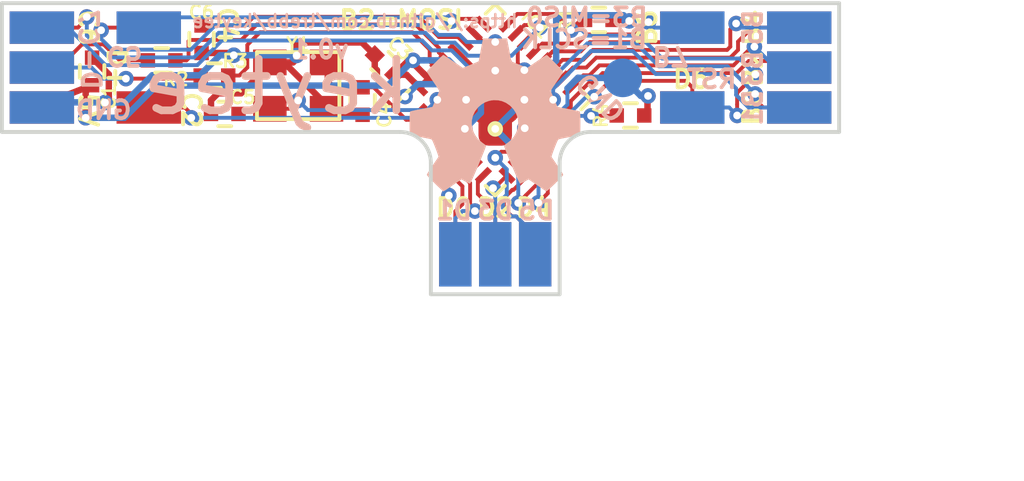
<source format=kicad_pcb>
(kicad_pcb (version 4) (host pcbnew r6904-product)

  (general
    (links 58)
    (no_connects 0)
    (area 129.0425 83.927381 172.408335 105.458501)
    (thickness 1.6)
    (drawings 47)
    (tracks 452)
    (zones 0)
    (modules 38)
    (nets 32)
  )

  (page A4)
  (title_block
    (title keytee)
    (date 2016-12-09)
    (rev 0.1)
  )

  (layers
    (0 F.Cu signal hide)
    (31 B.Cu signal hide)
    (32 B.Adhes user)
    (33 F.Adhes user)
    (34 B.Paste user)
    (35 F.Paste user)
    (36 B.SilkS user)
    (37 F.SilkS user hide)
    (38 B.Mask user)
    (39 F.Mask user)
    (40 Dwgs.User user)
    (41 Cmts.User user)
    (42 Eco1.User user)
    (43 Eco2.User user)
    (44 Edge.Cuts user)
    (45 Margin user)
    (46 B.CrtYd user)
    (47 F.CrtYd user)
    (48 B.Fab user hide)
    (49 F.Fab user hide)
  )

  (setup
    (last_trace_width 0.15)
    (trace_clearance 0.15)
    (zone_clearance 0.508)
    (zone_45_only yes)
    (trace_min 0.15)
    (segment_width 0.2)
    (edge_width 0.15)
    (via_size 0.6)
    (via_drill 0.3)
    (via_min_size 0.6)
    (via_min_drill 0.3)
    (uvia_size 0.3)
    (uvia_drill 0.1)
    (uvias_allowed no)
    (uvia_min_size 0.2)
    (uvia_min_drill 0.1)
    (pcb_text_width 0.15)
    (pcb_text_size 0.7 0.7)
    (mod_edge_width 0.15)
    (mod_text_size 1 1)
    (mod_text_width 0.15)
    (pad_size 2.49936 2.49936)
    (pad_drill 1.00076)
    (pad_to_mask_clearance 0.2)
    (aux_axis_origin 0 0)
    (visible_elements FFFFBF7F)
    (pcbplotparams
      (layerselection 0x0f0fc_ffffffff)
      (usegerberextensions true)
      (excludeedgelayer false)
      (linewidth 0.100000)
      (plotframeref false)
      (viasonmask false)
      (mode 1)
      (useauxorigin false)
      (hpglpennumber 1)
      (hpglpenspeed 20)
      (hpglpendiameter 15)
      (psnegative false)
      (psa4output false)
      (plotreference true)
      (plotvalue true)
      (plotinvisibletext false)
      (padsonsilk false)
      (subtractmaskfromsilk false)
      (outputformat 1)
      (mirror false)
      (drillshape 0)
      (scaleselection 1)
      (outputdirectory plot_files))
  )

  (net 0 "")
  (net 1 VCC)
  (net 2 GND)
  (net 3 "Net-(C4-Pad1)")
  (net 4 "Net-(C5-Pad1)")
  (net 5 "Net-(C6-Pad2)")
  (net 6 "Net-(IC1-Pad13)")
  (net 7 "Net-(IC1-Pad24)")
  (net 8 "Net-(IC1-Pad29)")
  (net 9 "Net-(IC1-Pad30)")
  (net 10 /C2)
  (net 11 /D0)
  (net 12 /D1)
  (net 13 /D2)
  (net 14 /D3)
  (net 15 /D4)
  (net 16 /D5)
  (net 17 /D6)
  (net 18 /B0)
  (net 19 /B1)
  (net 20 /B2)
  (net 21 /B3)
  (net 22 /B4)
  (net 23 /B5)
  (net 24 /B6)
  (net 25 /B7)
  (net 26 /C7)
  (net 27 /C6)
  (net 28 /C5)
  (net 29 /C4)
  (net 30 "Net-(R2-Pad2)")
  (net 31 "Net-(R3-Pad2)")

  (net_class Default "This is the default net class."
    (clearance 0.15)
    (trace_width 0.15)
    (via_dia 0.6)
    (via_drill 0.3)
    (uvia_dia 0.3)
    (uvia_drill 0.1)
    (add_net /B0)
    (add_net /B1)
    (add_net /B2)
    (add_net /B3)
    (add_net /B4)
    (add_net /B5)
    (add_net /B6)
    (add_net /B7)
    (add_net /C2)
    (add_net /C4)
    (add_net /C5)
    (add_net /C6)
    (add_net /C7)
    (add_net /D0)
    (add_net /D1)
    (add_net /D2)
    (add_net /D3)
    (add_net /D4)
    (add_net /D5)
    (add_net /D6)
    (add_net "Net-(C4-Pad1)")
    (add_net "Net-(C5-Pad1)")
    (add_net "Net-(C6-Pad2)")
    (add_net "Net-(IC1-Pad13)")
    (add_net "Net-(IC1-Pad24)")
    (add_net "Net-(IC1-Pad29)")
    (add_net "Net-(IC1-Pad30)")
    (add_net "Net-(R2-Pad2)")
    (add_net "Net-(R3-Pad2)")
  )

  (net_class Power ""
    (clearance 0.15)
    (trace_width 0.25)
    (via_dia 0.6)
    (via_drill 0.3)
    (uvia_dia 0.3)
    (uvia_drill 0.1)
    (add_net GND)
    (add_net VCC)
  )

  (module nan-15:C_0402_square (layer F.Cu) (tedit 584C7C39) (tstamp 5842AB15)
    (at 138.6 87.65 90)
    (descr "Capacitor SMD 0402, reflow soldering, AVX (see smccp.pdf)")
    (tags "capacitor 0402")
    (path /582769C1)
    (attr smd)
    (fp_text reference C6 (at 1.05 0 180) (layer F.SilkS)
      (effects (font (size 0.5 0.5) (thickness 0.1)))
    )
    (fp_text value 1u (at 0 1.7 90) (layer F.Fab) hide
      (effects (font (size 1 1) (thickness 0.15)))
    )
    (fp_line (start -0.95 -0.6) (end 0.95 -0.6) (layer F.CrtYd) (width 0.05))
    (fp_line (start -0.95 0.6) (end 0.95 0.6) (layer F.CrtYd) (width 0.05))
    (fp_line (start -0.95 -0.6) (end -0.95 0.6) (layer F.CrtYd) (width 0.05))
    (fp_line (start 0.95 -0.6) (end 0.95 0.6) (layer F.CrtYd) (width 0.05))
    (fp_line (start 0.25 -0.475) (end -0.25 -0.475) (layer F.SilkS) (width 0.15))
    (fp_line (start -0.25 0.475) (end 0.25 0.475) (layer F.SilkS) (width 0.15))
    (pad 1 smd rect (at -0.534 0 90) (size 0.56 0.56) (layers F.Cu F.Paste F.Mask)
      (net 2 GND))
    (pad 2 smd rect (at 0.534 0 90) (size 0.56 0.56) (layers F.Cu F.Paste F.Mask)
      (net 5 "Net-(C6-Pad2)"))
    (model Capacitors_SMD.3dshapes/C_0402.wrl
      (at (xyz 0 0 0))
      (scale (xyz 1 1 1))
      (rotate (xyz 0 0 0))
    )
  )

  (module nan-15:crystal_MT_32x25 (layer F.Cu) (tedit 58453D40) (tstamp 583F0FCA)
    (at 142.35 89.45 180)
    (descr "crystal Epson Toyocom FA-238 and TSX-3225 series")
    (path /58276AB3)
    (fp_text reference Y1 (at 0 1.6 180) (layer F.SilkS)
      (effects (font (size 0.5 0.5) (thickness 0.1)))
    )
    (fp_text value "MT 16MHz" (at 0.2 2.3 180) (layer F.Fab)
      (effects (font (size 1 1) (thickness 0.15)))
    )
    (fp_line (start -1.6 -1.3) (end 1.6 -1.3) (layer F.SilkS) (width 0.15))
    (fp_line (start 1.6 -1.3) (end 1.6 1.3) (layer F.SilkS) (width 0.15))
    (fp_line (start 1.6 1.3) (end -1.6 1.3) (layer F.SilkS) (width 0.15))
    (fp_line (start -1.6 1.3) (end -1.6 -1.3) (layer F.SilkS) (width 0.15))
    (pad 1 smd rect (at -1.1 0.9 180) (size 1.3 1) (layers F.Cu F.Paste F.Mask)
      (net 3 "Net-(C4-Pad1)"))
    (pad 3 smd rect (at 1.1 0.9 180) (size 1.3 1) (layers F.Cu F.Paste F.Mask)
      (net 2 GND))
    (pad 3 smd rect (at -1.1 -0.9 180) (size 1.3 1) (layers F.Cu F.Paste F.Mask)
      (net 2 GND))
    (pad 2 smd rect (at 1.1 -0.9 180) (size 1.3 1) (layers F.Cu F.Paste F.Mask)
      (net 4 "Net-(C5-Pad1)"))
    (model Crystals.3dshapes/crystal_FA238-TSX3225.wrl
      (at (xyz 0 0 0))
      (scale (xyz 0.24 0.24 0.24))
      (rotate (xyz 0 0 0))
    )
  )

  (module nan-15:R_0402_square (layer F.Cu) (tedit 58453D5C) (tstamp 5842AA4F)
    (at 154.02 86.9 180)
    (descr "Resistor SMD 0402, reflow soldering, Vishay (see dcrcw.pdf)")
    (tags "resistor 0402")
    (path /5827761F)
    (attr smd)
    (fp_text reference R1 (at 1.25 0 270) (layer F.SilkS)
      (effects (font (size 0.5 0.5) (thickness 0.1)))
    )
    (fp_text value 10k (at 0 1.8 180) (layer F.Fab) hide
      (effects (font (size 1 1) (thickness 0.15)))
    )
    (fp_line (start -0.95 -0.6) (end 0.95 -0.6) (layer F.CrtYd) (width 0.05))
    (fp_line (start -0.95 0.6) (end 0.95 0.6) (layer F.CrtYd) (width 0.05))
    (fp_line (start -0.95 -0.6) (end -0.95 0.6) (layer F.CrtYd) (width 0.05))
    (fp_line (start 0.95 -0.6) (end 0.95 0.6) (layer F.CrtYd) (width 0.05))
    (fp_line (start 0.25 -0.475) (end -0.25 -0.475) (layer F.SilkS) (width 0.15))
    (fp_line (start -0.25 0.475) (end 0.25 0.475) (layer F.SilkS) (width 0.15))
    (pad 1 smd rect (at -0.534 0 180) (size 0.56 0.56) (layers F.Cu F.Paste F.Mask)
      (net 1 VCC))
    (pad 2 smd rect (at 0.534 0 180) (size 0.56 0.56) (layers F.Cu F.Paste F.Mask)
      (net 7 "Net-(IC1-Pad24)"))
    (model Resistors_SMD.3dshapes/R_0402.wrl
      (at (xyz 0 0 0))
      (scale (xyz 1 1 1))
      (rotate (xyz 0 0 0))
    )
  )

  (module nan-15:R_0402_square (layer F.Cu) (tedit 584C7DC6) (tstamp 5842AA70)
    (at 137.05 88.47 180)
    (descr "Resistor SMD 0402, reflow soldering, Vishay (see dcrcw.pdf)")
    (tags "resistor 0402")
    (path /582772C4)
    (attr smd)
    (fp_text reference R2 (at -0.55 -0.73 180) (layer F.SilkS)
      (effects (font (size 0.5 0.5) (thickness 0.1)))
    )
    (fp_text value 22 (at 0 1.8 180) (layer F.Fab) hide
      (effects (font (size 1 1) (thickness 0.15)))
    )
    (fp_line (start -0.95 -0.6) (end 0.95 -0.6) (layer F.CrtYd) (width 0.05))
    (fp_line (start -0.95 0.6) (end 0.95 0.6) (layer F.CrtYd) (width 0.05))
    (fp_line (start -0.95 -0.6) (end -0.95 0.6) (layer F.CrtYd) (width 0.05))
    (fp_line (start 0.95 -0.6) (end 0.95 0.6) (layer F.CrtYd) (width 0.05))
    (fp_line (start 0.25 -0.475) (end -0.25 -0.475) (layer F.SilkS) (width 0.15))
    (fp_line (start -0.25 0.475) (end 0.25 0.475) (layer F.SilkS) (width 0.15))
    (pad 1 smd rect (at -0.534 0 180) (size 0.56 0.56) (layers F.Cu F.Paste F.Mask)
      (net 8 "Net-(IC1-Pad29)"))
    (pad 2 smd rect (at 0.534 0 180) (size 0.56 0.56) (layers F.Cu F.Paste F.Mask)
      (net 30 "Net-(R2-Pad2)"))
    (model Resistors_SMD.3dshapes/R_0402.wrl
      (at (xyz 0 0 0))
      (scale (xyz 1 1 1))
      (rotate (xyz 0 0 0))
    )
  )

  (module nan-15:R_0402_square (layer F.Cu) (tedit 584C7C24) (tstamp 5842AA91)
    (at 139.1 89.06 180)
    (descr "Resistor SMD 0402, reflow soldering, Vishay (see dcrcw.pdf)")
    (tags "resistor 0402")
    (path /582771BB)
    (attr smd)
    (fp_text reference R3 (at -0.8 0.56 180) (layer F.SilkS)
      (effects (font (size 0.5 0.5) (thickness 0.1)))
    )
    (fp_text value 22 (at 0 1.8 180) (layer F.Fab) hide
      (effects (font (size 1 1) (thickness 0.15)))
    )
    (fp_line (start -0.95 -0.6) (end 0.95 -0.6) (layer F.CrtYd) (width 0.05))
    (fp_line (start -0.95 0.6) (end 0.95 0.6) (layer F.CrtYd) (width 0.05))
    (fp_line (start -0.95 -0.6) (end -0.95 0.6) (layer F.CrtYd) (width 0.05))
    (fp_line (start 0.95 -0.6) (end 0.95 0.6) (layer F.CrtYd) (width 0.05))
    (fp_line (start 0.25 -0.475) (end -0.25 -0.475) (layer F.SilkS) (width 0.15))
    (fp_line (start -0.25 0.475) (end 0.25 0.475) (layer F.SilkS) (width 0.15))
    (pad 1 smd rect (at -0.534 0 180) (size 0.56 0.56) (layers F.Cu F.Paste F.Mask)
      (net 9 "Net-(IC1-Pad30)"))
    (pad 2 smd rect (at 0.534 0 180) (size 0.56 0.56) (layers F.Cu F.Paste F.Mask)
      (net 31 "Net-(R3-Pad2)"))
    (model Resistors_SMD.3dshapes/R_0402.wrl
      (at (xyz 0 0 0))
      (scale (xyz 1 1 1))
      (rotate (xyz 0 0 0))
    )
  )

  (module nan-15:R_0402_square (layer F.Cu) (tedit 584C7D78) (tstamp 5842AAB2)
    (at 155.25 90.61 180)
    (descr "Resistor SMD 0402, reflow soldering, Vishay (see dcrcw.pdf)")
    (tags "resistor 0402")
    (path /582777CF)
    (attr smd)
    (fp_text reference R4 (at 1.15 0.01 270) (layer F.SilkS)
      (effects (font (size 0.5 0.5) (thickness 0.1)))
    )
    (fp_text value 10k (at 0 1.8 180) (layer F.Fab) hide
      (effects (font (size 1 1) (thickness 0.15)))
    )
    (fp_line (start -0.95 -0.6) (end 0.95 -0.6) (layer F.CrtYd) (width 0.05))
    (fp_line (start -0.95 0.6) (end 0.95 0.6) (layer F.CrtYd) (width 0.05))
    (fp_line (start -0.95 -0.6) (end -0.95 0.6) (layer F.CrtYd) (width 0.05))
    (fp_line (start 0.95 -0.6) (end 0.95 0.6) (layer F.CrtYd) (width 0.05))
    (fp_line (start 0.25 -0.475) (end -0.25 -0.475) (layer F.SilkS) (width 0.15))
    (fp_line (start -0.25 0.475) (end 0.25 0.475) (layer F.SilkS) (width 0.15))
    (pad 1 smd rect (at -0.534 0 180) (size 0.56 0.56) (layers F.Cu F.Paste F.Mask)
      (net 2 GND))
    (pad 2 smd rect (at 0.534 0 180) (size 0.56 0.56) (layers F.Cu F.Paste F.Mask)
      (net 6 "Net-(IC1-Pad13)"))
    (model Resistors_SMD.3dshapes/R_0402.wrl
      (at (xyz 0 0 0))
      (scale (xyz 1 1 1))
      (rotate (xyz 0 0 0))
    )
  )

  (module nan-15:C_0402_square (layer F.Cu) (tedit 584C7C83) (tstamp 5842AAD3)
    (at 145.7 88.65 135)
    (descr "Capacitor SMD 0402, reflow soldering, AVX (see smccp.pdf)")
    (tags "capacitor 0402")
    (path /58277794)
    (attr smd)
    (fp_text reference C3 (at 0.035355 0.883883 135) (layer F.SilkS)
      (effects (font (size 0.5 0.5) (thickness 0.1)))
    )
    (fp_text value 100n (at 0 1.7 135) (layer F.Fab) hide
      (effects (font (size 1 1) (thickness 0.15)))
    )
    (fp_line (start -0.95 -0.6) (end 0.95 -0.6) (layer F.CrtYd) (width 0.05))
    (fp_line (start -0.95 0.6) (end 0.95 0.6) (layer F.CrtYd) (width 0.05))
    (fp_line (start -0.95 -0.6) (end -0.95 0.6) (layer F.CrtYd) (width 0.05))
    (fp_line (start 0.95 -0.6) (end 0.95 0.6) (layer F.CrtYd) (width 0.05))
    (fp_line (start 0.25 -0.475) (end -0.25 -0.475) (layer F.SilkS) (width 0.15))
    (fp_line (start -0.25 0.475) (end 0.25 0.475) (layer F.SilkS) (width 0.15))
    (pad 1 smd rect (at -0.534 0 135) (size 0.56 0.56) (layers F.Cu F.Paste F.Mask)
      (net 1 VCC))
    (pad 2 smd rect (at 0.534 0 135) (size 0.56 0.56) (layers F.Cu F.Paste F.Mask)
      (net 2 GND))
    (model Capacitors_SMD.3dshapes/C_0402.wrl
      (at (xyz 0 0 0))
      (scale (xyz 1 1 1))
      (rotate (xyz 0 0 0))
    )
  )

  (module nan-15:C_0402_square (layer F.Cu) (tedit 584C7C6E) (tstamp 5842AB36)
    (at 139.5 90.55 180)
    (descr "Capacitor SMD 0402, reflow soldering, AVX (see smccp.pdf)")
    (tags "capacitor 0402")
    (path /58276A04)
    (attr smd)
    (fp_text reference C5 (at -0.7 0.65 180) (layer F.SilkS)
      (effects (font (size 0.5 0.5) (thickness 0.1)))
    )
    (fp_text value 18p (at 0 1.7 180) (layer F.Fab) hide
      (effects (font (size 1 1) (thickness 0.15)))
    )
    (fp_line (start -0.95 -0.6) (end 0.95 -0.6) (layer F.CrtYd) (width 0.05))
    (fp_line (start -0.95 0.6) (end 0.95 0.6) (layer F.CrtYd) (width 0.05))
    (fp_line (start -0.95 -0.6) (end -0.95 0.6) (layer F.CrtYd) (width 0.05))
    (fp_line (start 0.95 -0.6) (end 0.95 0.6) (layer F.CrtYd) (width 0.05))
    (fp_line (start 0.25 -0.475) (end -0.25 -0.475) (layer F.SilkS) (width 0.15))
    (fp_line (start -0.25 0.475) (end 0.25 0.475) (layer F.SilkS) (width 0.15))
    (pad 1 smd rect (at -0.534 0 180) (size 0.56 0.56) (layers F.Cu F.Paste F.Mask)
      (net 4 "Net-(C5-Pad1)"))
    (pad 2 smd rect (at 0.534 0 180) (size 0.56 0.56) (layers F.Cu F.Paste F.Mask)
      (net 2 GND))
    (model Capacitors_SMD.3dshapes/C_0402.wrl
      (at (xyz 0 0 0))
      (scale (xyz 1 1 1))
      (rotate (xyz 0 0 0))
    )
  )

  (module nan-15:C_0402_square (layer F.Cu) (tedit 5844BC0C) (tstamp 5842AB57)
    (at 144.85 90.05 270)
    (descr "Capacitor SMD 0402, reflow soldering, AVX (see smccp.pdf)")
    (tags "capacitor 0402")
    (path /58276A6A)
    (attr smd)
    (fp_text reference C4 (at 0.55 -0.85 270) (layer F.SilkS)
      (effects (font (size 0.5 0.5) (thickness 0.1)))
    )
    (fp_text value 18p (at 0 1.7 270) (layer F.Fab) hide
      (effects (font (size 1 1) (thickness 0.15)))
    )
    (fp_line (start -0.95 -0.6) (end 0.95 -0.6) (layer F.CrtYd) (width 0.05))
    (fp_line (start -0.95 0.6) (end 0.95 0.6) (layer F.CrtYd) (width 0.05))
    (fp_line (start -0.95 -0.6) (end -0.95 0.6) (layer F.CrtYd) (width 0.05))
    (fp_line (start 0.95 -0.6) (end 0.95 0.6) (layer F.CrtYd) (width 0.05))
    (fp_line (start 0.25 -0.475) (end -0.25 -0.475) (layer F.SilkS) (width 0.15))
    (fp_line (start -0.25 0.475) (end 0.25 0.475) (layer F.SilkS) (width 0.15))
    (pad 1 smd rect (at -0.534 0 270) (size 0.56 0.56) (layers F.Cu F.Paste F.Mask)
      (net 3 "Net-(C4-Pad1)"))
    (pad 2 smd rect (at 0.534 0 270) (size 0.56 0.56) (layers F.Cu F.Paste F.Mask)
      (net 2 GND))
    (model Capacitors_SMD.3dshapes/C_0402.wrl
      (at (xyz 0 0 0))
      (scale (xyz 1 1 1))
      (rotate (xyz 0 0 0))
    )
  )

  (module nan-15:C_0402_square (layer F.Cu) (tedit 584C7B60) (tstamp 5842AB78)
    (at 134.35 88.9 90)
    (descr "Capacitor SMD 0402, reflow soldering, AVX (see smccp.pdf)")
    (tags "capacitor 0402")
    (path /58276973)
    (attr smd)
    (fp_text reference C1 (at -1 0.65 270) (layer F.SilkS)
      (effects (font (size 0.5 0.5) (thickness 0.1)))
    )
    (fp_text value 1u (at 0 1.7 90) (layer F.Fab) hide
      (effects (font (size 1 1) (thickness 0.15)))
    )
    (fp_line (start -0.95 -0.6) (end 0.95 -0.6) (layer F.CrtYd) (width 0.05))
    (fp_line (start -0.95 0.6) (end 0.95 0.6) (layer F.CrtYd) (width 0.05))
    (fp_line (start -0.95 -0.6) (end -0.95 0.6) (layer F.CrtYd) (width 0.05))
    (fp_line (start 0.95 -0.6) (end 0.95 0.6) (layer F.CrtYd) (width 0.05))
    (fp_line (start 0.25 -0.475) (end -0.25 -0.475) (layer F.SilkS) (width 0.15))
    (fp_line (start -0.25 0.475) (end 0.25 0.475) (layer F.SilkS) (width 0.15))
    (pad 1 smd rect (at -0.534 0 90) (size 0.56 0.56) (layers F.Cu F.Paste F.Mask)
      (net 1 VCC))
    (pad 2 smd rect (at 0.534 0 90) (size 0.56 0.56) (layers F.Cu F.Paste F.Mask)
      (net 2 GND))
    (model Capacitors_SMD.3dshapes/C_0402.wrl
      (at (xyz 0 0 0))
      (scale (xyz 1 1 1))
      (rotate (xyz 0 0 0))
    )
  )

  (module nan-15:SolderWirePad_SMD_circular (layer B.Cu) (tedit 5844B9C7) (tstamp 5844AF2D)
    (at 154.95 89.15)
    (descr "Wire Pad, Square, SMD Pad,  5mm x 10mm,")
    (tags "MesurementPoint Square SMDPad 5mmx10mm ")
    (path /5844AB00)
    (attr smd)
    (fp_text reference W31 (at 0 2.2) (layer B.SilkS) hide
      (effects (font (size 1 1) (thickness 0.15)) (justify mirror))
    )
    (fp_text value TEST_1P (at 0 -2.45) (layer B.Fab) hide
      (effects (font (size 1 1) (thickness 0.15)) (justify mirror))
    )
    (pad 1 smd circle (at 0 0) (size 1.5 1.5) (layers B.Cu B.Paste B.Mask)
      (net 2 GND))
  )

  (module Symbols:OSHW-Symbol_6.7x6mm_SilkScreen locked (layer B.Cu) (tedit 0) (tstamp 5844C696)
    (at 150 90.6 180)
    (descr "Open Source Hardware Symbol")
    (tags "Logo Symbol OSHW")
    (attr virtual)
    (fp_text reference REF*** (at 0 0 180) (layer B.SilkS) hide
      (effects (font (size 1 1) (thickness 0.15)) (justify mirror))
    )
    (fp_text value OSHW-Symbol_6.7x6mm_SilkScreen (at 0.75 0 180) (layer B.Fab) hide
      (effects (font (size 1 1) (thickness 0.15)) (justify mirror))
    )
    (fp_poly (pts (xy 0.555814 2.531069) (xy 0.639635 2.086445) (xy 0.94892 1.958947) (xy 1.258206 1.831449)
      (xy 1.629246 2.083754) (xy 1.733157 2.154004) (xy 1.827087 2.216728) (xy 1.906652 2.269062)
      (xy 1.96747 2.308143) (xy 2.005157 2.331107) (xy 2.015421 2.336058) (xy 2.03391 2.323324)
      (xy 2.07342 2.288118) (xy 2.129522 2.234938) (xy 2.197787 2.168282) (xy 2.273786 2.092646)
      (xy 2.353092 2.012528) (xy 2.431275 1.932426) (xy 2.503907 1.856836) (xy 2.566559 1.790255)
      (xy 2.614803 1.737182) (xy 2.64421 1.702113) (xy 2.651241 1.690377) (xy 2.641123 1.66874)
      (xy 2.612759 1.621338) (xy 2.569129 1.552807) (xy 2.513218 1.467785) (xy 2.448006 1.370907)
      (xy 2.410219 1.31565) (xy 2.341343 1.214752) (xy 2.28014 1.123701) (xy 2.229578 1.04703)
      (xy 2.192628 0.989272) (xy 2.172258 0.954957) (xy 2.169197 0.947746) (xy 2.176136 0.927252)
      (xy 2.195051 0.879487) (xy 2.223087 0.811168) (xy 2.257391 0.729011) (xy 2.295109 0.63973)
      (xy 2.333387 0.550042) (xy 2.36937 0.466662) (xy 2.400206 0.396306) (xy 2.423039 0.34569)
      (xy 2.435017 0.321529) (xy 2.435724 0.320578) (xy 2.454531 0.315964) (xy 2.504618 0.305672)
      (xy 2.580793 0.290713) (xy 2.677865 0.272099) (xy 2.790643 0.250841) (xy 2.856442 0.238582)
      (xy 2.97695 0.215638) (xy 3.085797 0.193805) (xy 3.177476 0.174278) (xy 3.246481 0.158252)
      (xy 3.287304 0.146921) (xy 3.295511 0.143326) (xy 3.303548 0.118994) (xy 3.310033 0.064041)
      (xy 3.31497 -0.015108) (xy 3.318364 -0.112026) (xy 3.320218 -0.220287) (xy 3.320538 -0.333465)
      (xy 3.319327 -0.445135) (xy 3.31659 -0.548868) (xy 3.312331 -0.638241) (xy 3.306555 -0.706826)
      (xy 3.299267 -0.748197) (xy 3.294895 -0.75681) (xy 3.268764 -0.767133) (xy 3.213393 -0.781892)
      (xy 3.136107 -0.799352) (xy 3.04423 -0.81778) (xy 3.012158 -0.823741) (xy 2.857524 -0.852066)
      (xy 2.735375 -0.874876) (xy 2.641673 -0.89308) (xy 2.572384 -0.907583) (xy 2.523471 -0.919292)
      (xy 2.490897 -0.929115) (xy 2.470628 -0.937956) (xy 2.458626 -0.946724) (xy 2.456947 -0.948457)
      (xy 2.440184 -0.976371) (xy 2.414614 -1.030695) (xy 2.382788 -1.104777) (xy 2.34726 -1.191965)
      (xy 2.310583 -1.285608) (xy 2.275311 -1.379052) (xy 2.243996 -1.465647) (xy 2.219193 -1.53874)
      (xy 2.203454 -1.591678) (xy 2.199332 -1.617811) (xy 2.199676 -1.618726) (xy 2.213641 -1.640086)
      (xy 2.245322 -1.687084) (xy 2.291391 -1.754827) (xy 2.348518 -1.838423) (xy 2.413373 -1.932982)
      (xy 2.431843 -1.959854) (xy 2.497699 -2.057275) (xy 2.55565 -2.146163) (xy 2.602538 -2.221412)
      (xy 2.635207 -2.27792) (xy 2.6505 -2.310581) (xy 2.651241 -2.314593) (xy 2.638392 -2.335684)
      (xy 2.602888 -2.377464) (xy 2.549293 -2.435445) (xy 2.482171 -2.505135) (xy 2.406087 -2.582045)
      (xy 2.325604 -2.661683) (xy 2.245287 -2.739561) (xy 2.169699 -2.811186) (xy 2.103405 -2.87207)
      (xy 2.050969 -2.917721) (xy 2.016955 -2.94365) (xy 2.007545 -2.947883) (xy 1.985643 -2.937912)
      (xy 1.9408 -2.91102) (xy 1.880321 -2.871736) (xy 1.833789 -2.840117) (xy 1.749475 -2.782098)
      (xy 1.649626 -2.713784) (xy 1.549473 -2.645579) (xy 1.495627 -2.609075) (xy 1.313371 -2.4858)
      (xy 1.160381 -2.56852) (xy 1.090682 -2.604759) (xy 1.031414 -2.632926) (xy 0.991311 -2.648991)
      (xy 0.981103 -2.651226) (xy 0.968829 -2.634722) (xy 0.944613 -2.588082) (xy 0.910263 -2.515609)
      (xy 0.867588 -2.421606) (xy 0.818394 -2.310374) (xy 0.76449 -2.186215) (xy 0.707684 -2.053432)
      (xy 0.649782 -1.916327) (xy 0.592593 -1.779202) (xy 0.537924 -1.646358) (xy 0.487584 -1.522098)
      (xy 0.44338 -1.410725) (xy 0.407119 -1.316539) (xy 0.380609 -1.243844) (xy 0.365658 -1.196941)
      (xy 0.363254 -1.180833) (xy 0.382311 -1.160286) (xy 0.424036 -1.126933) (xy 0.479706 -1.087702)
      (xy 0.484378 -1.084599) (xy 0.628264 -0.969423) (xy 0.744283 -0.835053) (xy 0.83143 -0.685784)
      (xy 0.888699 -0.525913) (xy 0.915086 -0.359737) (xy 0.909585 -0.191552) (xy 0.87119 -0.025655)
      (xy 0.798895 0.133658) (xy 0.777626 0.168513) (xy 0.666996 0.309263) (xy 0.536302 0.422286)
      (xy 0.390064 0.506997) (xy 0.232808 0.562806) (xy 0.069057 0.589126) (xy -0.096667 0.58537)
      (xy -0.259838 0.55095) (xy -0.415935 0.485277) (xy -0.560433 0.387765) (xy -0.605131 0.348187)
      (xy -0.718888 0.224297) (xy -0.801782 0.093876) (xy -0.858644 -0.052315) (xy -0.890313 -0.197088)
      (xy -0.898131 -0.35986) (xy -0.872062 -0.52344) (xy -0.814755 -0.682298) (xy -0.728856 -0.830906)
      (xy -0.617014 -0.963735) (xy -0.481877 -1.075256) (xy -0.464117 -1.087011) (xy -0.40785 -1.125508)
      (xy -0.365077 -1.158863) (xy -0.344628 -1.18016) (xy -0.344331 -1.180833) (xy -0.348721 -1.203871)
      (xy -0.366124 -1.256157) (xy -0.394732 -1.33339) (xy -0.432735 -1.431268) (xy -0.478326 -1.545491)
      (xy -0.529697 -1.671758) (xy -0.585038 -1.805767) (xy -0.642542 -1.943218) (xy -0.700399 -2.079808)
      (xy -0.756802 -2.211237) (xy -0.809942 -2.333205) (xy -0.85801 -2.441409) (xy -0.899199 -2.531549)
      (xy -0.931699 -2.599323) (xy -0.953703 -2.64043) (xy -0.962564 -2.651226) (xy -0.98964 -2.642819)
      (xy -1.040303 -2.620272) (xy -1.105817 -2.587613) (xy -1.141841 -2.56852) (xy -1.294832 -2.4858)
      (xy -1.477088 -2.609075) (xy -1.570125 -2.672228) (xy -1.671985 -2.741727) (xy -1.767438 -2.807165)
      (xy -1.81525 -2.840117) (xy -1.882495 -2.885273) (xy -1.939436 -2.921057) (xy -1.978646 -2.942938)
      (xy -1.991381 -2.947563) (xy -2.009917 -2.935085) (xy -2.050941 -2.900252) (xy -2.110475 -2.846678)
      (xy -2.184542 -2.777983) (xy -2.269165 -2.697781) (xy -2.322685 -2.646286) (xy -2.416319 -2.554286)
      (xy -2.497241 -2.471999) (xy -2.562177 -2.402945) (xy -2.607858 -2.350644) (xy -2.631011 -2.318616)
      (xy -2.633232 -2.312116) (xy -2.622924 -2.287394) (xy -2.594439 -2.237405) (xy -2.550937 -2.167212)
      (xy -2.495577 -2.081875) (xy -2.43152 -1.986456) (xy -2.413303 -1.959854) (xy -2.346927 -1.863167)
      (xy -2.287378 -1.776117) (xy -2.237984 -1.703595) (xy -2.202075 -1.650493) (xy -2.182981 -1.621703)
      (xy -2.181136 -1.618726) (xy -2.183895 -1.595782) (xy -2.198538 -1.545336) (xy -2.222513 -1.474041)
      (xy -2.253266 -1.388547) (xy -2.288244 -1.295507) (xy -2.324893 -1.201574) (xy -2.360661 -1.113399)
      (xy -2.392994 -1.037634) (xy -2.419338 -0.980931) (xy -2.437142 -0.949943) (xy -2.438407 -0.948457)
      (xy -2.449294 -0.939601) (xy -2.467682 -0.930843) (xy -2.497606 -0.921277) (xy -2.543103 -0.909996)
      (xy -2.608209 -0.896093) (xy -2.696961 -0.878663) (xy -2.813393 -0.856798) (xy -2.961542 -0.829591)
      (xy -2.993618 -0.823741) (xy -3.088686 -0.805374) (xy -3.171565 -0.787405) (xy -3.23493 -0.771569)
      (xy -3.271458 -0.7596) (xy -3.276356 -0.75681) (xy -3.284427 -0.732072) (xy -3.290987 -0.67679)
      (xy -3.296033 -0.597389) (xy -3.299559 -0.500296) (xy -3.301561 -0.391938) (xy -3.302036 -0.27874)
      (xy -3.300977 -0.167128) (xy -3.298382 -0.063529) (xy -3.294246 0.025632) (xy -3.288563 0.093928)
      (xy -3.281331 0.134934) (xy -3.276971 0.143326) (xy -3.252698 0.151792) (xy -3.197426 0.165565)
      (xy -3.116662 0.18345) (xy -3.015912 0.204252) (xy -2.900683 0.226777) (xy -2.837902 0.238582)
      (xy -2.718787 0.260849) (xy -2.612565 0.281021) (xy -2.524427 0.298085) (xy -2.459566 0.311031)
      (xy -2.423174 0.318845) (xy -2.417184 0.320578) (xy -2.407061 0.34011) (xy -2.385662 0.387157)
      (xy -2.355839 0.454997) (xy -2.320445 0.536909) (xy -2.282332 0.626172) (xy -2.244353 0.716065)
      (xy -2.20936 0.799865) (xy -2.180206 0.870853) (xy -2.159743 0.922306) (xy -2.150823 0.947503)
      (xy -2.150657 0.948604) (xy -2.160769 0.968481) (xy -2.189117 1.014223) (xy -2.232723 1.081283)
      (xy -2.288606 1.165116) (xy -2.353787 1.261174) (xy -2.391679 1.31635) (xy -2.460725 1.417519)
      (xy -2.52205 1.50937) (xy -2.572663 1.587256) (xy -2.609571 1.646531) (xy -2.629782 1.682549)
      (xy -2.632701 1.690623) (xy -2.620153 1.709416) (xy -2.585463 1.749543) (xy -2.533063 1.806507)
      (xy -2.467384 1.875815) (xy -2.392856 1.952969) (xy -2.313913 2.033475) (xy -2.234983 2.112837)
      (xy -2.1605 2.18656) (xy -2.094894 2.250148) (xy -2.042596 2.299106) (xy -2.008039 2.328939)
      (xy -1.996478 2.336058) (xy -1.977654 2.326047) (xy -1.932631 2.297922) (xy -1.865787 2.254546)
      (xy -1.781499 2.198782) (xy -1.684144 2.133494) (xy -1.610707 2.083754) (xy -1.239667 1.831449)
      (xy -0.621095 2.086445) (xy -0.537275 2.531069) (xy -0.453454 2.975693) (xy 0.471994 2.975693)
      (xy 0.555814 2.531069)) (layer B.SilkS) (width 0.01))
  )

  (module nan-15:QFN-32-1EP_5x5mm_Pitch0.5mm_internal_vias (layer F.Cu) (tedit 584BF969) (tstamp 58433F5E)
    (at 150 90 45)
    (descr "UH Package; 32-Lead Plastic QFN (5mm x 5mm); (see Linear Technology QFN_32_05-08-1693.pdf)")
    (tags "QFN 0.5")
    (path /582763D2)
    (attr smd)
    (fp_text reference IC1 (at 3.193294 -0.966615 135) (layer F.SilkS)
      (effects (font (size 0.5 0.5) (thickness 0.1)))
    )
    (fp_text value ATMEGA32U2 (at 0 3.75 45) (layer F.Fab)
      (effects (font (size 1 1) (thickness 0.15)))
    )
    (fp_line (start -3 -3) (end -3 3) (layer F.CrtYd) (width 0.05))
    (fp_line (start 3 -3) (end 3 3) (layer F.CrtYd) (width 0.05))
    (fp_line (start -3 -3) (end 3 -3) (layer F.CrtYd) (width 0.05))
    (fp_line (start -3 3) (end 3 3) (layer F.CrtYd) (width 0.05))
    (fp_line (start 2.625 -2.625) (end 2.625 -2.1) (layer F.SilkS) (width 0.15))
    (fp_line (start -2.625 2.625) (end -2.625 2.1) (layer F.SilkS) (width 0.15))
    (fp_line (start 2.625 2.625) (end 2.625 2.1) (layer F.SilkS) (width 0.15))
    (fp_line (start -2.625 -2.625) (end -2.1 -2.625) (layer F.SilkS) (width 0.15))
    (fp_line (start -2.625 2.625) (end -2.1 2.625) (layer F.SilkS) (width 0.15))
    (fp_line (start 2.625 2.625) (end 2.1 2.625) (layer F.SilkS) (width 0.15))
    (fp_line (start 2.625 -2.625) (end 2.1 -2.625) (layer F.SilkS) (width 0.15))
    (pad 33 thru_hole circle (at -0.8 0.8 225) (size 0.6 0.6) (drill 0.3) (layers *.Cu *.Mask F.SilkS)
      (net 2 GND))
    (pad 33 thru_hole circle (at 0.8 0.8 225) (size 0.6 0.6) (drill 0.3) (layers *.Cu *.Mask F.SilkS)
      (net 2 GND))
    (pad 33 thru_hole circle (at 0.8 -0.8 225) (size 0.6 0.6) (drill 0.3) (layers *.Cu *.Mask F.SilkS)
      (net 2 GND))
    (pad 33 smd roundrect (at 0.8 0.8 90) (size 1.3 1.3) (layers F.Cu F.Paste F.Mask)(roundrect_rratio 0.3)
      (net 2 GND))
    (pad 33 smd roundrect (at -0.8 -0.8 90) (size 1.3 1.3) (layers F.Cu F.Paste F.Mask)(roundrect_rratio 0.3)
      (net 2 GND))
    (pad 33 smd roundrect (at -0.8 0.8 90) (size 1.3 1.3) (layers F.Cu F.Paste F.Mask)(roundrect_rratio 0.3)
      (net 2 GND))
    (pad 1 smd rect (at -2.4 -1.75 45) (size 0.7 0.25) (layers F.Cu F.Paste F.Mask)
      (net 3 "Net-(C4-Pad1)"))
    (pad 2 smd rect (at -2.4 -1.25 45) (size 0.7 0.25) (layers F.Cu F.Paste F.Mask)
      (net 4 "Net-(C5-Pad1)"))
    (pad 3 smd rect (at -2.4 -0.75 45) (size 0.7 0.25) (layers F.Cu F.Paste F.Mask)
      (net 2 GND))
    (pad 4 smd rect (at -2.4 -0.25 45) (size 0.7 0.25) (layers F.Cu F.Paste F.Mask)
      (net 1 VCC))
    (pad 5 smd rect (at -2.4 0.25 45) (size 0.7 0.25) (layers F.Cu F.Paste F.Mask)
      (net 10 /C2))
    (pad 6 smd rect (at -2.4 0.75 45) (size 0.7 0.25) (layers F.Cu F.Paste F.Mask)
      (net 11 /D0))
    (pad 7 smd rect (at -2.4 1.25 45) (size 0.7 0.25) (layers F.Cu F.Paste F.Mask)
      (net 12 /D1))
    (pad 8 smd rect (at -2.4 1.75 45) (size 0.7 0.25) (layers F.Cu F.Paste F.Mask)
      (net 13 /D2))
    (pad 9 smd rect (at -1.75 2.4 135) (size 0.7 0.25) (layers F.Cu F.Paste F.Mask)
      (net 14 /D3))
    (pad 10 smd rect (at -1.25 2.4 135) (size 0.7 0.25) (layers F.Cu F.Paste F.Mask)
      (net 15 /D4))
    (pad 11 smd rect (at -0.75 2.4 135) (size 0.7 0.25) (layers F.Cu F.Paste F.Mask)
      (net 16 /D5))
    (pad 12 smd rect (at -0.25 2.4 135) (size 0.7 0.25) (layers F.Cu F.Paste F.Mask)
      (net 17 /D6))
    (pad 13 smd rect (at 0.25 2.4 135) (size 0.7 0.25) (layers F.Cu F.Paste F.Mask)
      (net 6 "Net-(IC1-Pad13)"))
    (pad 14 smd rect (at 0.75 2.4 135) (size 0.7 0.25) (layers F.Cu F.Paste F.Mask)
      (net 18 /B0))
    (pad 15 smd rect (at 1.25 2.4 135) (size 0.7 0.25) (layers F.Cu F.Paste F.Mask)
      (net 19 /B1))
    (pad 16 smd rect (at 1.75 2.4 135) (size 0.7 0.25) (layers F.Cu F.Paste F.Mask)
      (net 20 /B2))
    (pad 17 smd rect (at 2.4 1.75 45) (size 0.7 0.25) (layers F.Cu F.Paste F.Mask)
      (net 21 /B3))
    (pad 18 smd rect (at 2.4 1.25 45) (size 0.7 0.25) (layers F.Cu F.Paste F.Mask)
      (net 22 /B4))
    (pad 19 smd rect (at 2.4 0.75 45) (size 0.7 0.25) (layers F.Cu F.Paste F.Mask)
      (net 23 /B5))
    (pad 20 smd rect (at 2.4 0.25 45) (size 0.7 0.25) (layers F.Cu F.Paste F.Mask)
      (net 24 /B6))
    (pad 21 smd rect (at 2.4 -0.25 45) (size 0.7 0.25) (layers F.Cu F.Paste F.Mask)
      (net 25 /B7))
    (pad 22 smd rect (at 2.4 -0.75 45) (size 0.7 0.25) (layers F.Cu F.Paste F.Mask)
      (net 26 /C7))
    (pad 23 smd rect (at 2.4 -1.25 45) (size 0.7 0.25) (layers F.Cu F.Paste F.Mask)
      (net 27 /C6))
    (pad 24 smd rect (at 2.4 -1.75 45) (size 0.7 0.25) (layers F.Cu F.Paste F.Mask)
      (net 7 "Net-(IC1-Pad24)"))
    (pad 25 smd rect (at 1.75 -2.4 135) (size 0.7 0.25) (layers F.Cu F.Paste F.Mask)
      (net 28 /C5))
    (pad 26 smd rect (at 1.25 -2.4 135) (size 0.7 0.25) (layers F.Cu F.Paste F.Mask)
      (net 29 /C4))
    (pad 27 smd rect (at 0.75 -2.4 135) (size 0.7 0.25) (layers F.Cu F.Paste F.Mask)
      (net 5 "Net-(C6-Pad2)"))
    (pad 28 smd rect (at 0.25 -2.4 135) (size 0.7 0.25) (layers F.Cu F.Paste F.Mask)
      (net 2 GND))
    (pad 29 smd rect (at -0.25 -2.4 135) (size 0.7 0.25) (layers F.Cu F.Paste F.Mask)
      (net 8 "Net-(IC1-Pad29)"))
    (pad 30 smd rect (at -0.75 -2.4 135) (size 0.7 0.25) (layers F.Cu F.Paste F.Mask)
      (net 9 "Net-(IC1-Pad30)"))
    (pad 31 smd rect (at -1.25 -2.4 135) (size 0.7 0.25) (layers F.Cu F.Paste F.Mask)
      (net 1 VCC))
    (pad 32 smd rect (at -1.75 -2.4 135) (size 0.7 0.25) (layers F.Cu F.Paste F.Mask)
      (net 1 VCC))
    (pad 33 smd roundrect (at 0.8 -0.8 90) (size 1.3 1.3) (layers F.Cu F.Paste F.Mask)(roundrect_rratio 0.3)
      (net 2 GND))
    (pad 33 smd roundrect (at 0 0 91) (size 1.9 1.9) (layers F.Cu F.Paste F.Mask)(roundrect_rratio 0.3)
      (net 2 GND))
    (pad 33 thru_hole circle (at -0.8 -0.8 225) (size 0.6 0.6) (drill 0.3) (layers *.Cu *.Mask F.SilkS)
      (net 2 GND))
    (model Housings_DFN_QFN.3dshapes/QFN-32-1EP_5x5mm_Pitch0.5mm.wrl
      (at (xyz 0 0 0))
      (scale (xyz 1 1 1))
      (rotate (xyz 0 0 0))
    )
  )

  (module nan-15:SolderWirePad_SMD (layer B.Cu) (tedit 584BFA97) (tstamp 5841D9C5)
    (at 132.4 87.2 90)
    (descr "Wire Pad, Square, SMD Pad,  1.26x2.5mm")
    (tags "MesurementPoint Square SMDPad 5mmx10mm ")
    (path /58409AFF)
    (attr smd)
    (fp_text reference W30 (at 0 2.2 90) (layer B.SilkS) hide
      (effects (font (size 1 1) (thickness 0.15)) (justify mirror))
    )
    (fp_text value TEST_1P (at 0 -2.45 90) (layer B.Fab) hide
      (effects (font (size 1 1) (thickness 0.15)) (justify mirror))
    )
    (fp_line (start 0.7 1.35) (end 0.7 -1.35) (layer B.CrtYd) (width 0.05))
    (fp_line (start -0.7 1.35) (end -0.7 -1.35) (layer B.CrtYd) (width 0.05))
    (fp_line (start -0.7 -1.35) (end 0.7 -1.35) (layer B.CrtYd) (width 0.05))
    (fp_line (start -0.7 1.35) (end 0.7 1.35) (layer B.CrtYd) (width 0.05))
    (pad 1 smd rect (at 0 0 90) (size 1.26 2.5) (layers B.Cu B.Paste B.Mask)
      (net 26 /C7))
  )

  (module nan-15:SolderWirePad_SMD (layer B.Cu) (tedit 584BFA97) (tstamp 5841DA61)
    (at 132.4 88.75 270)
    (descr "Wire Pad, Square, SMD Pad,  1.26x2.5mm")
    (tags "MesurementPoint Square SMDPad 5mmx10mm ")
    (path /5840BE0A)
    (attr smd)
    (fp_text reference W5 (at 0 2.2 270) (layer B.SilkS) hide
      (effects (font (size 1 1) (thickness 0.15)) (justify mirror))
    )
    (fp_text value TEST_1P (at 0 -2.45 270) (layer B.Fab) hide
      (effects (font (size 1 1) (thickness 0.15)) (justify mirror))
    )
    (fp_line (start 0.7 1.35) (end 0.7 -1.35) (layer B.CrtYd) (width 0.05))
    (fp_line (start -0.7 1.35) (end -0.7 -1.35) (layer B.CrtYd) (width 0.05))
    (fp_line (start -0.7 -1.35) (end 0.7 -1.35) (layer B.CrtYd) (width 0.05))
    (fp_line (start -0.7 1.35) (end 0.7 1.35) (layer B.CrtYd) (width 0.05))
    (pad 1 smd rect (at 0 0 270) (size 1.26 2.5) (layers B.Cu B.Paste B.Mask)
      (net 31 "Net-(R3-Pad2)"))
  )

  (module nan-15:SolderWirePad_SMD (layer B.Cu) (tedit 584BFA97) (tstamp 5841DA79)
    (at 132.4 90.3 270)
    (descr "Wire Pad, Square, SMD Pad,  1.26x2.5mm")
    (tags "MesurementPoint Square SMDPad 5mmx10mm ")
    (path /5840C0DE)
    (attr smd)
    (fp_text reference W7 (at 0 2.2 270) (layer B.SilkS) hide
      (effects (font (size 1 1) (thickness 0.15)) (justify mirror))
    )
    (fp_text value TEST_1P (at 0 -2.45 270) (layer B.Fab) hide
      (effects (font (size 1 1) (thickness 0.15)) (justify mirror))
    )
    (fp_line (start 0.7 1.35) (end 0.7 -1.35) (layer B.CrtYd) (width 0.05))
    (fp_line (start -0.7 1.35) (end -0.7 -1.35) (layer B.CrtYd) (width 0.05))
    (fp_line (start -0.7 -1.35) (end 0.7 -1.35) (layer B.CrtYd) (width 0.05))
    (fp_line (start -0.7 1.35) (end 0.7 1.35) (layer B.CrtYd) (width 0.05))
    (pad 1 smd rect (at 0 0 270) (size 1.26 2.5) (layers B.Cu B.Paste B.Mask)
      (net 2 GND))
  )

  (module nan-15:SolderWirePad_SMD (layer B.Cu) (tedit 584BFA97) (tstamp 5841D9DD)
    (at 136.55 87.2 90)
    (descr "Wire Pad, Square, SMD Pad,  1.26x2.5mm")
    (tags "MesurementPoint Square SMDPad 5mmx10mm ")
    (path /584099FE)
    (attr smd)
    (fp_text reference W28 (at 0 2.2 90) (layer B.SilkS) hide
      (effects (font (size 1 1) (thickness 0.15)) (justify mirror))
    )
    (fp_text value TEST_1P (at 0 -2.45 90) (layer B.Fab) hide
      (effects (font (size 1 1) (thickness 0.15)) (justify mirror))
    )
    (fp_line (start 0.7 1.35) (end 0.7 -1.35) (layer B.CrtYd) (width 0.05))
    (fp_line (start -0.7 1.35) (end -0.7 -1.35) (layer B.CrtYd) (width 0.05))
    (fp_line (start -0.7 -1.35) (end 0.7 -1.35) (layer B.CrtYd) (width 0.05))
    (fp_line (start -0.7 1.35) (end 0.7 1.35) (layer B.CrtYd) (width 0.05))
    (pad 1 smd rect (at 0 0 90) (size 1.26 2.5) (layers B.Cu B.Paste B.Mask)
      (net 28 /C5))
  )

  (module nan-15:SolderWirePad_SMD (layer F.Cu) (tedit 584BFA97) (tstamp 5841DAA9)
    (at 136.55 90.3 90)
    (descr "Wire Pad, Square, SMD Pad,  1.26x2.5mm")
    (tags "MesurementPoint Square SMDPad 5mmx10mm ")
    (path /584098FB)
    (attr smd)
    (fp_text reference W26 (at 0 -2.2 90) (layer F.SilkS) hide
      (effects (font (size 1 1) (thickness 0.15)))
    )
    (fp_text value TEST_1P (at 0 2.45 90) (layer F.Fab) hide
      (effects (font (size 1 1) (thickness 0.15)))
    )
    (fp_line (start 0.7 -1.35) (end 0.7 1.35) (layer F.CrtYd) (width 0.05))
    (fp_line (start -0.7 -1.35) (end -0.7 1.35) (layer F.CrtYd) (width 0.05))
    (fp_line (start -0.7 1.35) (end 0.7 1.35) (layer F.CrtYd) (width 0.05))
    (fp_line (start -0.7 -1.35) (end 0.7 -1.35) (layer F.CrtYd) (width 0.05))
    (pad 1 smd rect (at 0 0 90) (size 1.26 2.5) (layers F.Cu F.Paste F.Mask)
      (net 10 /C2))
  )

  (module nan-15:SolderWirePad_SMD (layer B.Cu) (tedit 584BFA97) (tstamp 5841DB15)
    (at 148.45 96)
    (descr "Wire Pad, Square, SMD Pad,  1.26x2.5mm")
    (tags "MesurementPoint Square SMDPad 5mmx10mm ")
    (path /58409660)
    (attr smd)
    (fp_text reference W20 (at 0 2.2) (layer B.SilkS) hide
      (effects (font (size 1 1) (thickness 0.15)) (justify mirror))
    )
    (fp_text value TEST_1P (at 0 -2.45) (layer B.Fab) hide
      (effects (font (size 1 1) (thickness 0.15)) (justify mirror))
    )
    (fp_line (start 0.7 1.35) (end 0.7 -1.35) (layer B.CrtYd) (width 0.05))
    (fp_line (start -0.7 1.35) (end -0.7 -1.35) (layer B.CrtYd) (width 0.05))
    (fp_line (start -0.7 -1.35) (end 0.7 -1.35) (layer B.CrtYd) (width 0.05))
    (fp_line (start -0.7 1.35) (end 0.7 1.35) (layer B.CrtYd) (width 0.05))
    (pad 1 smd rect (at 0 0) (size 1.26 2.5) (layers B.Cu B.Paste B.Mask)
      (net 12 /D1))
  )

  (module nan-15:SolderWirePad_SMD (layer B.Cu) (tedit 584BFA97) (tstamp 5841DA0D)
    (at 150 96)
    (descr "Wire Pad, Square, SMD Pad,  1.26x2.5mm")
    (tags "MesurementPoint Square SMDPad 5mmx10mm ")
    (path /58409731)
    (attr smd)
    (fp_text reference W22 (at 0 2.2) (layer B.SilkS) hide
      (effects (font (size 1 1) (thickness 0.15)) (justify mirror))
    )
    (fp_text value TEST_1P (at 0 -2.45) (layer B.Fab) hide
      (effects (font (size 1 1) (thickness 0.15)) (justify mirror))
    )
    (fp_line (start 0.7 1.35) (end 0.7 -1.35) (layer B.CrtYd) (width 0.05))
    (fp_line (start -0.7 1.35) (end -0.7 -1.35) (layer B.CrtYd) (width 0.05))
    (fp_line (start -0.7 -1.35) (end 0.7 -1.35) (layer B.CrtYd) (width 0.05))
    (fp_line (start -0.7 1.35) (end 0.7 1.35) (layer B.CrtYd) (width 0.05))
    (pad 1 smd rect (at 0 0) (size 1.26 2.5) (layers B.Cu B.Paste B.Mask)
      (net 14 /D3))
  )

  (module nan-15:SolderWirePad_SMD (layer B.Cu) (tedit 584BFA97) (tstamp 5841D9F5)
    (at 151.55 96)
    (descr "Wire Pad, Square, SMD Pad,  1.26x2.5mm")
    (tags "MesurementPoint Square SMDPad 5mmx10mm ")
    (path /5840980E)
    (attr smd)
    (fp_text reference W24 (at 0 2.2) (layer B.SilkS) hide
      (effects (font (size 1 1) (thickness 0.15)) (justify mirror))
    )
    (fp_text value TEST_1P (at 0 -2.45) (layer B.Fab) hide
      (effects (font (size 1 1) (thickness 0.15)) (justify mirror))
    )
    (fp_line (start 0.7 1.35) (end 0.7 -1.35) (layer B.CrtYd) (width 0.05))
    (fp_line (start -0.7 1.35) (end -0.7 -1.35) (layer B.CrtYd) (width 0.05))
    (fp_line (start -0.7 -1.35) (end 0.7 -1.35) (layer B.CrtYd) (width 0.05))
    (fp_line (start -0.7 1.35) (end 0.7 1.35) (layer B.CrtYd) (width 0.05))
    (pad 1 smd rect (at 0 0) (size 1.26 2.5) (layers B.Cu B.Paste B.Mask)
      (net 16 /D5))
  )

  (module nan-15:SolderWirePad_SMD (layer B.Cu) (tedit 584BFA97) (tstamp 5841DAFD)
    (at 157.65 87.2 270)
    (descr "Wire Pad, Square, SMD Pad,  1.26x2.5mm")
    (tags "MesurementPoint Square SMDPad 5mmx10mm ")
    (path /58409597)
    (attr smd)
    (fp_text reference W18 (at 0 2.2 270) (layer B.SilkS) hide
      (effects (font (size 1 1) (thickness 0.15)) (justify mirror))
    )
    (fp_text value TEST_1P (at 0 -2.45 270) (layer B.Fab) hide
      (effects (font (size 1 1) (thickness 0.15)) (justify mirror))
    )
    (fp_line (start 0.7 1.35) (end 0.7 -1.35) (layer B.CrtYd) (width 0.05))
    (fp_line (start -0.7 1.35) (end -0.7 -1.35) (layer B.CrtYd) (width 0.05))
    (fp_line (start -0.7 -1.35) (end 0.7 -1.35) (layer B.CrtYd) (width 0.05))
    (fp_line (start -0.7 1.35) (end 0.7 1.35) (layer B.CrtYd) (width 0.05))
    (pad 1 smd rect (at 0 0 270) (size 1.26 2.5) (layers B.Cu B.Paste B.Mask)
      (net 25 /B7))
  )

  (module nan-15:SolderWirePad_SMD (layer B.Cu) (tedit 584BFA97) (tstamp 5841DA85)
    (at 157.65 90.3 270)
    (descr "Wire Pad, Square, SMD Pad,  1.26x2.5mm")
    (tags "MesurementPoint Square SMDPad 5mmx10mm ")
    (path /58407E26)
    (attr smd)
    (fp_text reference W8 (at 0 2.2 270) (layer B.SilkS) hide
      (effects (font (size 1 1) (thickness 0.15)) (justify mirror))
    )
    (fp_text value TEST_1P (at 0 -2.45 270) (layer B.Fab) hide
      (effects (font (size 1 1) (thickness 0.15)) (justify mirror))
    )
    (fp_line (start 0.7 1.35) (end 0.7 -1.35) (layer B.CrtYd) (width 0.05))
    (fp_line (start -0.7 1.35) (end -0.7 -1.35) (layer B.CrtYd) (width 0.05))
    (fp_line (start -0.7 -1.35) (end 0.7 -1.35) (layer B.CrtYd) (width 0.05))
    (fp_line (start -0.7 1.35) (end 0.7 1.35) (layer B.CrtYd) (width 0.05))
    (pad 1 smd rect (at 0 0 270) (size 1.26 2.5) (layers B.Cu B.Paste B.Mask)
      (net 7 "Net-(IC1-Pad24)"))
  )

  (module nan-15:SolderWirePad_SMD (layer B.Cu) (tedit 584BFA97) (tstamp 5841DAE5)
    (at 161.8 87.2 270)
    (descr "Wire Pad, Square, SMD Pad,  1.26x2.5mm")
    (tags "MesurementPoint Square SMDPad 5mmx10mm ")
    (path /584094DE)
    (attr smd)
    (fp_text reference W16 (at 0 2.2 270) (layer B.SilkS) hide
      (effects (font (size 1 1) (thickness 0.15)) (justify mirror))
    )
    (fp_text value TEST_1P (at 0 -2.45 270) (layer B.Fab) hide
      (effects (font (size 1 1) (thickness 0.15)) (justify mirror))
    )
    (fp_line (start 0.7 1.35) (end 0.7 -1.35) (layer B.CrtYd) (width 0.05))
    (fp_line (start -0.7 1.35) (end -0.7 -1.35) (layer B.CrtYd) (width 0.05))
    (fp_line (start -0.7 -1.35) (end 0.7 -1.35) (layer B.CrtYd) (width 0.05))
    (fp_line (start -0.7 1.35) (end 0.7 1.35) (layer B.CrtYd) (width 0.05))
    (pad 1 smd rect (at 0 0 270) (size 1.26 2.5) (layers B.Cu B.Paste B.Mask)
      (net 23 /B5))
  )

  (module nan-15:SolderWirePad_SMD (layer B.Cu) (tedit 584BFA97) (tstamp 5841DA49)
    (at 161.8 88.75 90)
    (descr "Wire Pad, Square, SMD Pad,  1.26x2.5mm")
    (tags "MesurementPoint Square SMDPad 5mmx10mm ")
    (path /58409431)
    (attr smd)
    (fp_text reference W3 (at 0 2.2 90) (layer B.SilkS) hide
      (effects (font (size 1 1) (thickness 0.15)) (justify mirror))
    )
    (fp_text value TEST_1P (at 0 -2.45 90) (layer B.Fab) hide
      (effects (font (size 1 1) (thickness 0.15)) (justify mirror))
    )
    (fp_line (start 0.7 1.35) (end 0.7 -1.35) (layer B.CrtYd) (width 0.05))
    (fp_line (start -0.7 1.35) (end -0.7 -1.35) (layer B.CrtYd) (width 0.05))
    (fp_line (start -0.7 -1.35) (end 0.7 -1.35) (layer B.CrtYd) (width 0.05))
    (fp_line (start -0.7 1.35) (end 0.7 1.35) (layer B.CrtYd) (width 0.05))
    (pad 1 smd rect (at 0 0 90) (size 1.26 2.5) (layers B.Cu B.Paste B.Mask)
      (net 21 /B3))
  )

  (module nan-15:SolderWirePad_SMD (layer B.Cu) (tedit 584BFA97) (tstamp 5841DA31)
    (at 161.8 90.3 270)
    (descr "Wire Pad, Square, SMD Pad,  1.26x2.5mm")
    (tags "MesurementPoint Square SMDPad 5mmx10mm ")
    (path /5840938C)
    (attr smd)
    (fp_text reference W1 (at 0 2.2 270) (layer B.SilkS) hide
      (effects (font (size 1 1) (thickness 0.15)) (justify mirror))
    )
    (fp_text value TEST_1P (at 0 -2.45 270) (layer B.Fab) hide
      (effects (font (size 1 1) (thickness 0.15)) (justify mirror))
    )
    (fp_line (start 0.7 1.35) (end 0.7 -1.35) (layer B.CrtYd) (width 0.05))
    (fp_line (start -0.7 1.35) (end -0.7 -1.35) (layer B.CrtYd) (width 0.05))
    (fp_line (start -0.7 -1.35) (end 0.7 -1.35) (layer B.CrtYd) (width 0.05))
    (fp_line (start -0.7 1.35) (end 0.7 1.35) (layer B.CrtYd) (width 0.05))
    (pad 1 smd rect (at 0 0 270) (size 1.26 2.5) (layers B.Cu B.Paste B.Mask)
      (net 19 /B1))
  )

  (module nan-15:SolderWirePad_SMD (layer F.Cu) (tedit 584BFA97) (tstamp 5841D9D1)
    (at 132.4 87.2 90)
    (descr "Wire Pad, Square, SMD Pad,  1.26x2.5mm")
    (tags "MesurementPoint Square SMDPad 5mmx10mm ")
    (path /58409A7D)
    (attr smd)
    (fp_text reference W29 (at 0 -2.2 90) (layer F.SilkS) hide
      (effects (font (size 1 1) (thickness 0.15)))
    )
    (fp_text value TEST_1P (at 0 2.45 90) (layer F.Fab) hide
      (effects (font (size 1 1) (thickness 0.15)))
    )
    (fp_line (start 0.7 -1.35) (end 0.7 1.35) (layer F.CrtYd) (width 0.05))
    (fp_line (start -0.7 -1.35) (end -0.7 1.35) (layer F.CrtYd) (width 0.05))
    (fp_line (start -0.7 1.35) (end 0.7 1.35) (layer F.CrtYd) (width 0.05))
    (fp_line (start -0.7 -1.35) (end 0.7 -1.35) (layer F.CrtYd) (width 0.05))
    (pad 1 smd rect (at 0 0 90) (size 1.26 2.5) (layers F.Cu F.Paste F.Mask)
      (net 27 /C6))
  )

  (module nan-15:SolderWirePad_SMD (layer F.Cu) (tedit 584BFA97) (tstamp 5841DA55)
    (at 132.4 88.75 90)
    (descr "Wire Pad, Square, SMD Pad,  1.26x2.5mm")
    (tags "MesurementPoint Square SMDPad 5mmx10mm ")
    (path /5840BE04)
    (attr smd)
    (fp_text reference W4 (at 0 -2.2 90) (layer F.SilkS) hide
      (effects (font (size 1 1) (thickness 0.15)))
    )
    (fp_text value TEST_1P (at 0 2.45 90) (layer F.Fab) hide
      (effects (font (size 1 1) (thickness 0.15)))
    )
    (fp_line (start 0.7 -1.35) (end 0.7 1.35) (layer F.CrtYd) (width 0.05))
    (fp_line (start -0.7 -1.35) (end -0.7 1.35) (layer F.CrtYd) (width 0.05))
    (fp_line (start -0.7 1.35) (end 0.7 1.35) (layer F.CrtYd) (width 0.05))
    (fp_line (start -0.7 -1.35) (end 0.7 -1.35) (layer F.CrtYd) (width 0.05))
    (pad 1 smd rect (at 0 0 90) (size 1.26 2.5) (layers F.Cu F.Paste F.Mask)
      (net 30 "Net-(R2-Pad2)"))
  )

  (module nan-15:SolderWirePad_SMD (layer F.Cu) (tedit 584BFA97) (tstamp 5841DA6D)
    (at 132.4 90.3 90)
    (descr "Wire Pad, Square, SMD Pad,  1.26x2.5mm")
    (tags "MesurementPoint Square SMDPad 5mmx10mm ")
    (path /5840BE10)
    (attr smd)
    (fp_text reference W6 (at 0 -2.2 90) (layer F.SilkS) hide
      (effects (font (size 1 1) (thickness 0.15)))
    )
    (fp_text value TEST_1P (at 0 2.45 90) (layer F.Fab) hide
      (effects (font (size 1 1) (thickness 0.15)))
    )
    (fp_line (start 0.7 -1.35) (end 0.7 1.35) (layer F.CrtYd) (width 0.05))
    (fp_line (start -0.7 -1.35) (end -0.7 1.35) (layer F.CrtYd) (width 0.05))
    (fp_line (start -0.7 1.35) (end 0.7 1.35) (layer F.CrtYd) (width 0.05))
    (fp_line (start -0.7 -1.35) (end 0.7 -1.35) (layer F.CrtYd) (width 0.05))
    (pad 1 smd rect (at 0 0 90) (size 1.26 2.5) (layers F.Cu F.Paste F.Mask)
      (net 1 VCC))
  )

  (module nan-15:SolderWirePad_SMD (layer F.Cu) (tedit 584BFA97) (tstamp 5841DA9D)
    (at 136.55 87.2 90)
    (descr "Wire Pad, Square, SMD Pad,  1.26x2.5mm")
    (tags "MesurementPoint Square SMDPad 5mmx10mm ")
    (path /58409982)
    (attr smd)
    (fp_text reference W27 (at 0 -2.2 90) (layer F.SilkS) hide
      (effects (font (size 1 1) (thickness 0.15)))
    )
    (fp_text value TEST_1P (at 0 2.45 90) (layer F.Fab) hide
      (effects (font (size 1 1) (thickness 0.15)))
    )
    (fp_line (start 0.7 -1.35) (end 0.7 1.35) (layer F.CrtYd) (width 0.05))
    (fp_line (start -0.7 -1.35) (end -0.7 1.35) (layer F.CrtYd) (width 0.05))
    (fp_line (start -0.7 1.35) (end 0.7 1.35) (layer F.CrtYd) (width 0.05))
    (fp_line (start -0.7 -1.35) (end 0.7 -1.35) (layer F.CrtYd) (width 0.05))
    (pad 1 smd rect (at 0 0 90) (size 1.26 2.5) (layers F.Cu F.Paste F.Mask)
      (net 29 /C4))
  )

  (module nan-15:SolderWirePad_SMD (layer F.Cu) (tedit 584BFA97) (tstamp 5841DB09)
    (at 148.45 96)
    (descr "Wire Pad, Square, SMD Pad,  1.26x2.5mm")
    (tags "MesurementPoint Square SMDPad 5mmx10mm ")
    (path /584095F8)
    (attr smd)
    (fp_text reference W19 (at 0 -2.2) (layer F.SilkS) hide
      (effects (font (size 1 1) (thickness 0.15)))
    )
    (fp_text value TEST_1P (at 0 2.45) (layer F.Fab) hide
      (effects (font (size 1 1) (thickness 0.15)))
    )
    (fp_line (start 0.7 -1.35) (end 0.7 1.35) (layer F.CrtYd) (width 0.05))
    (fp_line (start -0.7 -1.35) (end -0.7 1.35) (layer F.CrtYd) (width 0.05))
    (fp_line (start -0.7 1.35) (end 0.7 1.35) (layer F.CrtYd) (width 0.05))
    (fp_line (start -0.7 -1.35) (end 0.7 -1.35) (layer F.CrtYd) (width 0.05))
    (pad 1 smd rect (at 0 0) (size 1.26 2.5) (layers F.Cu F.Paste F.Mask)
      (net 11 /D0))
  )

  (module nan-15:SolderWirePad_SMD (layer F.Cu) (tedit 584BFA97) (tstamp 5841DA19)
    (at 150 96)
    (descr "Wire Pad, Square, SMD Pad,  1.26x2.5mm")
    (tags "MesurementPoint Square SMDPad 5mmx10mm ")
    (path /584096C7)
    (attr smd)
    (fp_text reference W21 (at 0 -2.2) (layer F.SilkS) hide
      (effects (font (size 1 1) (thickness 0.15)))
    )
    (fp_text value TEST_1P (at 0 2.45) (layer F.Fab) hide
      (effects (font (size 1 1) (thickness 0.15)))
    )
    (fp_line (start 0.7 -1.35) (end 0.7 1.35) (layer F.CrtYd) (width 0.05))
    (fp_line (start -0.7 -1.35) (end -0.7 1.35) (layer F.CrtYd) (width 0.05))
    (fp_line (start -0.7 1.35) (end 0.7 1.35) (layer F.CrtYd) (width 0.05))
    (fp_line (start -0.7 -1.35) (end 0.7 -1.35) (layer F.CrtYd) (width 0.05))
    (pad 1 smd rect (at 0 0) (size 1.26 2.5) (layers F.Cu F.Paste F.Mask)
      (net 13 /D2))
  )

  (module nan-15:SolderWirePad_SMD (layer F.Cu) (tedit 584BFA97) (tstamp 5841DA01)
    (at 151.55 96)
    (descr "Wire Pad, Square, SMD Pad,  1.26x2.5mm")
    (tags "MesurementPoint Square SMDPad 5mmx10mm ")
    (path /5840979E)
    (attr smd)
    (fp_text reference W23 (at 0 -2.2) (layer F.SilkS) hide
      (effects (font (size 1 1) (thickness 0.15)))
    )
    (fp_text value TEST_1P (at 0 2.45) (layer F.Fab) hide
      (effects (font (size 1 1) (thickness 0.15)))
    )
    (fp_line (start 0.7 -1.35) (end 0.7 1.35) (layer F.CrtYd) (width 0.05))
    (fp_line (start -0.7 -1.35) (end -0.7 1.35) (layer F.CrtYd) (width 0.05))
    (fp_line (start -0.7 1.35) (end 0.7 1.35) (layer F.CrtYd) (width 0.05))
    (fp_line (start -0.7 -1.35) (end 0.7 -1.35) (layer F.CrtYd) (width 0.05))
    (pad 1 smd rect (at 0 0) (size 1.26 2.5) (layers F.Cu F.Paste F.Mask)
      (net 15 /D4))
  )

  (module nan-15:SolderWirePad_SMD (layer F.Cu) (tedit 584BFA97) (tstamp 5841D9E9)
    (at 157.65 90.3 270)
    (descr "Wire Pad, Square, SMD Pad,  1.26x2.5mm")
    (tags "MesurementPoint Square SMDPad 5mmx10mm ")
    (path /58409885)
    (attr smd)
    (fp_text reference W25 (at 0 -2.2 270) (layer F.SilkS) hide
      (effects (font (size 1 1) (thickness 0.15)))
    )
    (fp_text value TEST_1P (at 0 2.45 270) (layer F.Fab) hide
      (effects (font (size 1 1) (thickness 0.15)))
    )
    (fp_line (start 0.7 -1.35) (end 0.7 1.35) (layer F.CrtYd) (width 0.05))
    (fp_line (start -0.7 -1.35) (end -0.7 1.35) (layer F.CrtYd) (width 0.05))
    (fp_line (start -0.7 1.35) (end 0.7 1.35) (layer F.CrtYd) (width 0.05))
    (fp_line (start -0.7 -1.35) (end 0.7 -1.35) (layer F.CrtYd) (width 0.05))
    (pad 1 smd rect (at 0 0 270) (size 1.26 2.5) (layers F.Cu F.Paste F.Mask)
      (net 17 /D6))
  )

  (module nan-15:SolderWirePad_SMD (layer F.Cu) (tedit 584BFA97) (tstamp 5841DAF1)
    (at 157.65 87.2 270)
    (descr "Wire Pad, Square, SMD Pad,  1.26x2.5mm")
    (tags "MesurementPoint Square SMDPad 5mmx10mm ")
    (path /58409539)
    (attr smd)
    (fp_text reference W17 (at 0 -2.2 270) (layer F.SilkS) hide
      (effects (font (size 1 1) (thickness 0.15)))
    )
    (fp_text value TEST_1P (at 0 2.45 270) (layer F.Fab) hide
      (effects (font (size 1 1) (thickness 0.15)))
    )
    (fp_line (start 0.7 -1.35) (end 0.7 1.35) (layer F.CrtYd) (width 0.05))
    (fp_line (start -0.7 -1.35) (end -0.7 1.35) (layer F.CrtYd) (width 0.05))
    (fp_line (start -0.7 1.35) (end 0.7 1.35) (layer F.CrtYd) (width 0.05))
    (fp_line (start -0.7 -1.35) (end 0.7 -1.35) (layer F.CrtYd) (width 0.05))
    (pad 1 smd rect (at 0 0 270) (size 1.26 2.5) (layers F.Cu F.Paste F.Mask)
      (net 24 /B6))
  )

  (module nan-15:SolderWirePad_SMD (layer F.Cu) (tedit 584BFA97) (tstamp 5841DAD9)
    (at 161.8 87.2 90)
    (descr "Wire Pad, Square, SMD Pad,  1.26x2.5mm")
    (tags "MesurementPoint Square SMDPad 5mmx10mm ")
    (path /58409486)
    (attr smd)
    (fp_text reference W15 (at 0 -2.2 90) (layer F.SilkS) hide
      (effects (font (size 1 1) (thickness 0.15)))
    )
    (fp_text value TEST_1P (at 0 2.45 90) (layer F.Fab) hide
      (effects (font (size 1 1) (thickness 0.15)))
    )
    (fp_line (start 0.7 -1.35) (end 0.7 1.35) (layer F.CrtYd) (width 0.05))
    (fp_line (start -0.7 -1.35) (end -0.7 1.35) (layer F.CrtYd) (width 0.05))
    (fp_line (start -0.7 1.35) (end 0.7 1.35) (layer F.CrtYd) (width 0.05))
    (fp_line (start -0.7 -1.35) (end 0.7 -1.35) (layer F.CrtYd) (width 0.05))
    (pad 1 smd rect (at 0 0 90) (size 1.26 2.5) (layers F.Cu F.Paste F.Mask)
      (net 22 /B4))
  )

  (module nan-15:SolderWirePad_SMD (layer F.Cu) (tedit 584BFA97) (tstamp 5841DA3D)
    (at 161.8 88.75 90)
    (descr "Wire Pad, Square, SMD Pad,  1.26x2.5mm")
    (tags "MesurementPoint Square SMDPad 5mmx10mm ")
    (path /584093DF)
    (attr smd)
    (fp_text reference W2 (at 0 -2.2 90) (layer F.SilkS) hide
      (effects (font (size 1 1) (thickness 0.15)))
    )
    (fp_text value TEST_1P (at 0 2.45 90) (layer F.Fab) hide
      (effects (font (size 1 1) (thickness 0.15)))
    )
    (fp_line (start 0.7 -1.35) (end 0.7 1.35) (layer F.CrtYd) (width 0.05))
    (fp_line (start -0.7 -1.35) (end -0.7 1.35) (layer F.CrtYd) (width 0.05))
    (fp_line (start -0.7 1.35) (end 0.7 1.35) (layer F.CrtYd) (width 0.05))
    (fp_line (start -0.7 -1.35) (end 0.7 -1.35) (layer F.CrtYd) (width 0.05))
    (pad 1 smd rect (at 0 0 90) (size 1.26 2.5) (layers F.Cu F.Paste F.Mask)
      (net 20 /B2))
  )

  (module nan-15:SolderWirePad_SMD (layer F.Cu) (tedit 584BFA97) (tstamp 5841DA25)
    (at 161.8 90.3 90)
    (descr "Wire Pad, Square, SMD Pad,  1.26x2.5mm")
    (tags "MesurementPoint Square SMDPad 5mmx10mm ")
    (path /5840927A)
    (attr smd)
    (fp_text reference W0 (at 0 -2.2 90) (layer F.SilkS) hide
      (effects (font (size 1 1) (thickness 0.15)))
    )
    (fp_text value TEST_1P (at 0 2.45 90) (layer F.Fab) hide
      (effects (font (size 1 1) (thickness 0.15)))
    )
    (fp_line (start 0.7 -1.35) (end 0.7 1.35) (layer F.CrtYd) (width 0.05))
    (fp_line (start -0.7 -1.35) (end -0.7 1.35) (layer F.CrtYd) (width 0.05))
    (fp_line (start -0.7 1.35) (end 0.7 1.35) (layer F.CrtYd) (width 0.05))
    (fp_line (start -0.7 -1.35) (end 0.7 -1.35) (layer F.CrtYd) (width 0.05))
    (pad 1 smd rect (at 0 0 90) (size 1.26 2.5) (layers F.Cu F.Paste F.Mask)
      (net 18 /B0))
  )

  (dimension 11.3 (width 0.15) (layer Dwgs.User)
    (gr_text "11.300 mm" (at 169.3 91.9 90) (layer Dwgs.User)
      (effects (font (size 0.7 0.7) (thickness 0.15)))
    )
    (feature1 (pts (xy 152.5 86.25) (xy 169.95 86.25)))
    (feature2 (pts (xy 152.5 97.55) (xy 169.95 97.55)))
    (crossbar (pts (xy 168.65 97.55) (xy 168.65 86.25)))
    (arrow1a (pts (xy 168.65 86.25) (xy 169.236421 87.376504)))
    (arrow1b (pts (xy 168.65 86.25) (xy 168.063579 87.376504)))
    (arrow2a (pts (xy 168.65 97.55) (xy 169.236421 96.423496)))
    (arrow2b (pts (xy 168.65 97.55) (xy 168.063579 96.423496)))
  )
  (dimension 16.65 (width 0.15) (layer Dwgs.User)
    (gr_text "16.650 mm" (at 139.175 102.6) (layer Dwgs.User)
      (effects (font (size 0.7 0.7) (thickness 0.15)))
    )
    (feature1 (pts (xy 130.85 97.55) (xy 130.85 103.25)))
    (feature2 (pts (xy 147.5 97.55) (xy 147.5 103.25)))
    (crossbar (pts (xy 147.5 101.95) (xy 130.85 101.95)))
    (arrow1a (pts (xy 130.85 101.95) (xy 131.976504 101.363579)))
    (arrow1b (pts (xy 130.85 101.95) (xy 131.976504 102.536421)))
    (arrow2a (pts (xy 147.5 101.95) (xy 146.373496 101.363579)))
    (arrow2b (pts (xy 147.5 101.95) (xy 146.373496 102.536421)))
  )
  (dimension 32.5 (width 0.15) (layer Dwgs.User)
    (gr_text "32.500 mm" (at 147.1 104.8) (layer Dwgs.User)
      (effects (font (size 0.7 0.7) (thickness 0.15)))
    )
    (feature1 (pts (xy 163.35 91.25) (xy 163.35 105.45)))
    (feature2 (pts (xy 130.85 91.25) (xy 130.85 105.45)))
    (crossbar (pts (xy 130.85 104.15) (xy 163.35 104.15)))
    (arrow1a (pts (xy 163.35 104.15) (xy 162.223496 104.736421)))
    (arrow1b (pts (xy 163.35 104.15) (xy 162.223496 103.563579)))
    (arrow2a (pts (xy 130.85 104.15) (xy 131.976504 104.736421)))
    (arrow2b (pts (xy 130.85 104.15) (xy 131.976504 103.563579)))
  )
  (gr_text B2=MOSI (at 146.35 86.9) (layer F.SilkS)
    (effects (font (size 0.7 0.7) (thickness 0.15)))
  )
  (gr_text B1=SCLK (at 153.45 87.65) (layer B.SilkS)
    (effects (font (size 0.7 0.7) (thickness 0.15)) (justify mirror))
  )
  (gr_text B3=MIS0 (at 153.55 86.8) (layer B.SilkS)
    (effects (font (size 0.7 0.7) (thickness 0.15)) (justify mirror))
  )
  (gr_text v0.1 (at 143.2 88.05) (layer B.SilkS)
    (effects (font (size 0.7 0.7) (thickness 0.15)) (justify mirror))
  )
  (dimension 5 (width 0.15) (layer Dwgs.User)
    (gr_text "5.000 mm" (at 166.8 88.75 90) (layer Dwgs.User)
      (effects (font (size 0.7 0.7) (thickness 0.15)))
    )
    (feature1 (pts (xy 162.9 86.25) (xy 167.45 86.25)))
    (feature2 (pts (xy 162.9 91.25) (xy 167.45 91.25)))
    (crossbar (pts (xy 166.15 91.25) (xy 166.15 86.25)))
    (arrow1a (pts (xy 166.15 86.25) (xy 166.736421 87.376504)))
    (arrow1b (pts (xy 166.15 86.25) (xy 165.563579 87.376504)))
    (arrow2a (pts (xy 166.15 91.25) (xy 166.736421 90.123496)))
    (arrow2b (pts (xy 166.15 91.25) (xy 165.563579 90.123496)))
  )
  (dimension 5 (width 0.15) (layer Dwgs.User)
    (gr_text "5.000 mm" (at 150 102.6) (layer Dwgs.User)
      (effects (font (size 0.7 0.7) (thickness 0.15)))
    )
    (feature1 (pts (xy 152.5 97.7) (xy 152.5 103.25)))
    (feature2 (pts (xy 147.5 97.7) (xy 147.5 103.25)))
    (crossbar (pts (xy 147.5 101.95) (xy 152.5 101.95)))
    (arrow1a (pts (xy 152.5 101.95) (xy 151.373496 102.536421)))
    (arrow1b (pts (xy 152.5 101.95) (xy 151.373496 101.363579)))
    (arrow2a (pts (xy 147.5 101.95) (xy 148.626504 102.536421)))
    (arrow2b (pts (xy 147.5 101.95) (xy 148.626504 101.363579)))
  )
  (gr_text https://github.com/trebb/keytee (at 144.55 86.95) (layer B.SilkS)
    (effects (font (size 0.5 0.5) (thickness 0.1)) (justify mirror))
  )
  (gr_text keytee (at 141.5 89.5) (layer B.SilkS)
    (effects (font (size 2 2.2) (thickness 0.3)) (justify mirror))
  )
  (gr_text C5 (at 135.6 88.3 180) (layer B.SilkS)
    (effects (font (size 0.7 0.7) (thickness 0.15)) (justify mirror))
  )
  (gr_text C7 (at 134.2 87.2 270) (layer B.SilkS)
    (effects (font (size 0.7 0.7) (thickness 0.15)) (justify mirror))
  )
  (gr_text D- (at 134.3 88.8 270) (layer B.SilkS)
    (effects (font (size 0.7 0.7) (thickness 0.15)) (justify mirror))
  )
  (gr_text GND (at 134.8 90.4) (layer B.SilkS)
    (effects (font (size 0.7 0.7) (thickness 0.15)) (justify mirror))
  )
  (gr_text D1 (at 148.4 94.3) (layer B.SilkS)
    (effects (font (size 0.7 0.7) (thickness 0.15)) (justify mirror))
  )
  (gr_text D3 (at 150 94.3) (layer B.SilkS)
    (effects (font (size 0.7 0.7) (thickness 0.15)) (justify mirror))
  )
  (gr_text D5 (at 151.6 94.3) (layer B.SilkS)
    (effects (font (size 0.7 0.7) (thickness 0.15)) (justify mirror))
  )
  (gr_text B1 (at 160 90.3 90) (layer B.SilkS)
    (effects (font (size 0.7 0.7) (thickness 0.15)) (justify mirror))
  )
  (gr_text B3 (at 160 88.8 90) (layer B.SilkS)
    (effects (font (size 0.7 0.7) (thickness 0.15)) (justify mirror))
  )
  (gr_text B5 (at 160 87.2 90) (layer B.SilkS)
    (effects (font (size 0.7 0.7) (thickness 0.15)) (justify mirror))
  )
  (gr_text GND (at 154.1 89.9 135) (layer B.SilkS)
    (effects (font (size 0.7 0.7) (thickness 0.15)) (justify mirror))
  )
  (gr_text RST (at 158.4 89.2) (layer B.SilkS)
    (effects (font (size 0.7 0.7) (thickness 0.15)) (justify mirror))
  )
  (gr_text B7 (at 156.8 88.3 180) (layer B.SilkS)
    (effects (font (size 0.7 0.7) (thickness 0.15)) (justify mirror))
  )
  (gr_text C4 (at 139.6 87.1 270) (layer F.SilkS)
    (effects (font (size 0.7 0.7) (thickness 0.15)))
  )
  (gr_text C2 (at 138.2 90.4 270) (layer F.SilkS)
    (effects (font (size 0.7 0.7) (thickness 0.15)))
  )
  (gr_text 5V (at 134.2 90.4 270) (layer F.SilkS)
    (effects (font (size 0.7 0.7) (thickness 0.15)))
  )
  (gr_text C6 (at 134.2 87.2 270) (layer F.SilkS)
    (effects (font (size 0.7 0.7) (thickness 0.15)))
  )
  (gr_text D+ (at 135.3 88.8 270) (layer F.SilkS)
    (effects (font (size 0.7 0.7) (thickness 0.15)))
  )
  (gr_text D4 (at 151.5 94.2) (layer F.SilkS)
    (effects (font (size 0.7 0.7) (thickness 0.15)))
  )
  (gr_text D2 (at 150 94.2) (layer F.SilkS)
    (effects (font (size 0.7 0.7) (thickness 0.15)))
  )
  (gr_text D0 (at 148.4 94.2) (layer F.SilkS)
    (effects (font (size 0.7 0.7) (thickness 0.15)))
  )
  (gr_text B2 (at 160 88.8 90) (layer F.SilkS)
    (effects (font (size 0.7 0.7) (thickness 0.15)))
  )
  (gr_text B0 (at 160 90.3 90) (layer F.SilkS)
    (effects (font (size 0.7 0.7) (thickness 0.15)))
  )
  (gr_text B4 (at 160 87.2 90) (layer F.SilkS)
    (effects (font (size 0.7 0.7) (thickness 0.15)))
  )
  (gr_text D6 (at 157.6 89.2) (layer F.SilkS)
    (effects (font (size 0.7 0.7) (thickness 0.15)))
  )
  (gr_text B6 (at 155.9 87.2 90) (layer F.SilkS)
    (effects (font (size 0.7 0.7) (thickness 0.15)))
  )
  (gr_line (start 147.5 97.55) (end 147.5 92.45) (angle 90) (layer Edge.Cuts) (width 0.15))
  (gr_line (start 152.5 97.55) (end 152.5 92.45) (angle 90) (layer Edge.Cuts) (width 0.15))
  (gr_line (start 163.35 91.25) (end 153.7 91.25) (angle 90) (layer Edge.Cuts) (width 0.15))
  (gr_line (start 130.85 91.25) (end 146.3 91.25) (angle 90) (layer Edge.Cuts) (width 0.15))
  (gr_line (start 163.35 86.25) (end 130.85 86.25) (angle 90) (layer Edge.Cuts) (width 0.15))
  (gr_line (start 147.5 97.55) (end 152.5 97.55) (angle 90) (layer Edge.Cuts) (width 0.15))
  (gr_line (start 163.35 86.25) (end 163.35 91.25) (angle 90) (layer Edge.Cuts) (width 0.15))
  (gr_line (start 130.85 86.25) (end 130.85 91.25) (angle 90) (layer Edge.Cuts) (width 0.15))
  (gr_arc (start 146.3 92.45) (end 146.3 91.25) (angle 90) (layer Edge.Cuts) (width 0.15))
  (gr_arc (start 153.7 92.45) (end 152.5 92.45) (angle 90) (layer Edge.Cuts) (width 0.15))

  (segment (start 146.510001 88.769999) (end 146.81 88.47) (width 0.25) (layer B.Cu) (net 1))
  (segment (start 134.100022 90.7) (end 135.6 90.7) (width 0.25) (layer B.Cu) (net 1))
  (segment (start 135.6 90.7) (end 136.85 89.45) (width 0.25) (layer B.Cu) (net 1))
  (segment (start 136.85 89.45) (end 145.83 89.45) (width 0.25) (layer B.Cu) (net 1))
  (segment (start 145.83 89.45) (end 146.510001 88.769999) (width 0.25) (layer B.Cu) (net 1))
  (segment (start 146.81 88.47) (end 146.81 88.577767) (width 0.25) (layer F.Cu) (net 1))
  (segment (start 146.81 88.577767) (end 147.41906 89.186827) (width 0.25) (layer F.Cu) (net 1))
  (segment (start 146.81 88.47) (end 146.63519 88.47) (width 0.25) (layer F.Cu) (net 1))
  (segment (start 146.63519 88.47) (end 146.077595 89.027595) (width 0.25) (layer F.Cu) (net 1))
  (segment (start 146.077595 89.027595) (end 146.552721 89.027595) (width 0.25) (layer F.Cu) (net 1))
  (segment (start 146.552721 89.027595) (end 147.065507 89.540381) (width 0.25) (layer F.Cu) (net 1))
  (segment (start 149.65363 89.81) (end 149.44363 90.02) (width 0.25) (layer B.Cu) (net 1))
  (segment (start 150.87937 89.474999) (end 150.564369 89.79) (width 0.15) (layer B.Cu) (net 1))
  (segment (start 150.334369 89.81) (end 150.544369 89.81) (width 0.25) (layer B.Cu) (net 1))
  (segment (start 150.544369 89.81) (end 150.564369 89.79) (width 0.25) (layer B.Cu) (net 1))
  (segment (start 149.65363 89.81) (end 149.529631 89.81) (width 0.25) (layer B.Cu) (net 1))
  (segment (start 149.529631 89.81) (end 149.44363 89.723999) (width 0.25) (layer B.Cu) (net 1))
  (segment (start 150.334369 89.81) (end 149.65363 89.81) (width 0.25) (layer B.Cu) (net 1))
  (segment (start 147.234264 88.47) (end 146.81 88.47) (width 0.25) (layer B.Cu) (net 1))
  (segment (start 148.189631 88.47) (end 147.234264 88.47) (width 0.25) (layer B.Cu) (net 1))
  (segment (start 149.44363 89.723999) (end 148.189631 88.47) (width 0.25) (layer B.Cu) (net 1))
  (segment (start 149.44363 90.02) (end 149.44363 89.723999) (width 0.25) (layer B.Cu) (net 1))
  (via (at 146.81 88.47) (size 0.6) (drill 0.3) (layers F.Cu B.Cu) (net 1))
  (segment (start 151.87 88.98) (end 152.365002 88.484998) (width 0.25) (layer B.Cu) (net 1))
  (segment (start 152.365002 88.484998) (end 152.365002 86.883994) (width 0.25) (layer B.Cu) (net 1))
  (segment (start 152.365002 86.883994) (end 152.528996 86.72) (width 0.25) (layer B.Cu) (net 1))
  (segment (start 152.528996 86.72) (end 154.98 86.72) (width 0.25) (layer B.Cu) (net 1))
  (segment (start 154.98 86.72) (end 155.2 86.94) (width 0.25) (layer B.Cu) (net 1))
  (segment (start 155.16 86.9) (end 155.2 86.94) (width 0.25) (layer F.Cu) (net 1))
  (segment (start 154.554 86.9) (end 155.16 86.9) (width 0.25) (layer F.Cu) (net 1))
  (via (at 155.2 86.94) (size 0.6) (drill 0.3) (layers F.Cu B.Cu) (net 1))
  (segment (start 149.44363 90.50386) (end 149.44363 90.02) (width 0.25) (layer B.Cu) (net 1))
  (segment (start 151.87 88.98) (end 151.375001 89.474999) (width 0.15) (layer B.Cu) (net 1))
  (segment (start 151.375001 89.474999) (end 150.87937 89.474999) (width 0.15) (layer B.Cu) (net 1))
  (segment (start 148.821005 91.126485) (end 149.44363 90.50386) (width 0.25) (layer B.Cu) (net 1))
  (segment (start 134.100022 90.275736) (end 134.100022 90.7) (width 0.25) (layer F.Cu) (net 1))
  (segment (start 134.35 89.434) (end 134.100022 89.683978) (width 0.25) (layer F.Cu) (net 1))
  (segment (start 134.100022 89.683978) (end 134.100022 90.275736) (width 0.25) (layer F.Cu) (net 1))
  (via (at 134.100022 90.7) (size 0.6) (drill 0.3) (layers F.Cu B.Cu) (net 1))
  (segment (start 134.35 89.434) (end 132.566 90.134) (width 0.25) (layer F.Cu) (net 1) (status 10))
  (segment (start 132.566 90.134) (end 132.4 90.3) (width 0.25) (layer F.Cu) (net 1))
  (segment (start 148.126167 91.52028) (end 148.519962 91.126485) (width 0.25) (layer F.Cu) (net 1))
  (via (at 148.821005 91.126485) (size 0.6) (drill 0.3) (layers F.Cu B.Cu) (net 1))
  (segment (start 148.519962 91.126485) (end 148.821005 91.126485) (width 0.25) (layer F.Cu) (net 1))
  (segment (start 147.065507 89.540381) (end 147.065507 89.54038) (width 0.25) (layer F.Cu) (net 1) (status 30))
  (segment (start 147.065507 89.54038) (end 147.41906 89.186827) (width 0.25) (layer F.Cu) (net 1) (status 30))
  (segment (start 143.45 90.35) (end 143.45 90.2) (width 0.25) (layer F.Cu) (net 2))
  (segment (start 143.45 90.2) (end 141.8 88.55) (width 0.25) (layer F.Cu) (net 2))
  (segment (start 141.8 88.55) (end 141.25 88.55) (width 0.25) (layer F.Cu) (net 2))
  (segment (start 150 91.131371) (end 150.638629 91.77) (width 0.25) (layer B.Cu) (net 2))
  (segment (start 150.638629 91.77) (end 151.150733 91.77) (width 0.25) (layer B.Cu) (net 2))
  (segment (start 151.150733 91.77) (end 151.24125 91.679483) (width 0.25) (layer B.Cu) (net 2))
  (segment (start 142.29 88.41) (end 142.29 88.28) (width 0.25) (layer F.Cu) (net 2))
  (segment (start 142.15 88.55) (end 142.29 88.41) (width 0.25) (layer F.Cu) (net 2))
  (segment (start 141.25 88.55) (end 142.15 88.55) (width 0.25) (layer F.Cu) (net 2))
  (segment (start 142.29 87.855736) (end 142.29 88.28) (width 0.25) (layer F.Cu) (net 2))
  (segment (start 142.370737 87.774999) (end 142.29 87.855736) (width 0.25) (layer F.Cu) (net 2))
  (segment (start 144.824999 87.774999) (end 142.370737 87.774999) (width 0.25) (layer F.Cu) (net 2))
  (segment (start 142.279986 88.269986) (end 142.29 88.28) (width 0.25) (layer B.Cu) (net 2))
  (segment (start 139.849989 88.269986) (end 142.279986 88.269986) (width 0.25) (layer B.Cu) (net 2))
  (segment (start 145.322405 88.272405) (end 144.824999 87.774999) (width 0.25) (layer F.Cu) (net 2))
  (via (at 142.29 88.28) (size 0.6) (drill 0.3) (layers F.Cu B.Cu) (net 2))
  (segment (start 141.25 88.55) (end 141.25 88.63) (width 0.25) (layer F.Cu) (net 2))
  (segment (start 141.25 88.63) (end 140.13 89.75) (width 0.25) (layer F.Cu) (net 2))
  (segment (start 140.13 89.75) (end 139.236 89.75) (width 0.25) (layer F.Cu) (net 2))
  (segment (start 139.236 89.75) (end 138.966 90.02) (width 0.25) (layer F.Cu) (net 2))
  (segment (start 138.966 90.02) (end 138.966 90.55) (width 0.25) (layer F.Cu) (net 2))
  (segment (start 150 91.131371) (end 150 90) (width 0.25) (layer F.Cu) (net 2))
  (segment (start 150 88.868629) (end 150 91.131371) (width 0.25) (layer F.Cu) (net 2))
  (segment (start 151.131371 90) (end 150 91.131371) (width 0.25) (layer B.Cu) (net 2))
  (segment (start 139.314314 88.269986) (end 139.425725 88.269986) (width 0.25) (layer B.Cu) (net 2))
  (segment (start 135.627728 90.106572) (end 136.684311 89.049989) (width 0.25) (layer B.Cu) (net 2))
  (segment (start 138.534311 89.049989) (end 139.314314 88.269986) (width 0.25) (layer B.Cu) (net 2))
  (segment (start 134.849995 90.106572) (end 135.627728 90.106572) (width 0.25) (layer B.Cu) (net 2))
  (segment (start 136.684311 89.049989) (end 138.534311 89.049989) (width 0.25) (layer B.Cu) (net 2))
  (segment (start 139.425725 88.269986) (end 139.849989 88.269986) (width 0.25) (layer B.Cu) (net 2))
  (segment (start 132.4 90.3) (end 132.6 90.1) (width 0.25) (layer B.Cu) (net 2))
  (segment (start 132.6 90.1) (end 134.843423 90.1) (width 0.25) (layer B.Cu) (net 2))
  (segment (start 134.843423 90.1) (end 134.849995 90.106572) (width 0.25) (layer B.Cu) (net 2))
  (segment (start 155.784 90.61) (end 155.91 90.484) (width 0.25) (layer F.Cu) (net 2))
  (segment (start 155.91 90.484) (end 155.91 89.858506) (width 0.25) (layer F.Cu) (net 2))
  (segment (start 155.91 89.858506) (end 155.902747 89.851253) (width 0.25) (layer F.Cu) (net 2))
  (segment (start 155.902747 89.851253) (end 155.931176 89.851253) (width 0.25) (layer F.Cu) (net 2))
  (segment (start 155.931176 89.851253) (end 155.651253 89.851253) (width 0.25) (layer B.Cu) (net 2))
  (segment (start 155.651253 89.851253) (end 154.95 89.15) (width 0.25) (layer B.Cu) (net 2))
  (via (at 155.931176 89.851253) (size 0.6) (drill 0.3) (layers F.Cu B.Cu) (net 2))
  (segment (start 152.801442 90.19) (end 151.24125 91.679483) (width 0.15) (layer B.Cu) (net 2))
  (segment (start 153.21 89.15) (end 152.801442 89.558558) (width 0.25) (layer B.Cu) (net 2))
  (segment (start 153.055001 89.304999) (end 153.21 89.15) (width 0.25) (layer B.Cu) (net 2))
  (segment (start 152.801442 89.558558) (end 152.801442 90.19) (width 0.15) (layer B.Cu) (net 2))
  (segment (start 153.055001 89.304999) (end 152.801442 89.558558) (width 0.15) (layer B.Cu) (net 2))
  (segment (start 153.21 89.15) (end 154.95 89.15) (width 0.25) (layer B.Cu) (net 2))
  (segment (start 145.406605 89.141509) (end 146.140081 89.874985) (width 0.25) (layer F.Cu) (net 2))
  (segment (start 145.322405 88.768385) (end 145.406605 88.852585) (width 0.25) (layer F.Cu) (net 2))
  (segment (start 146.799999 89.574986) (end 146.5 89.874985) (width 0.25) (layer B.Cu) (net 2))
  (segment (start 146.981467 89.393518) (end 146.799999 89.574986) (width 0.25) (layer B.Cu) (net 2))
  (segment (start 148.262147 89.393518) (end 146.981467 89.393518) (width 0.25) (layer B.Cu) (net 2))
  (segment (start 145.322405 88.272405) (end 145.322405 88.768385) (width 0.25) (layer F.Cu) (net 2))
  (segment (start 145.406605 88.852585) (end 145.406605 89.141509) (width 0.25) (layer F.Cu) (net 2))
  (segment (start 146.140081 89.874985) (end 146.5 89.874985) (width 0.25) (layer F.Cu) (net 2))
  (segment (start 148.868629 90) (end 148.262147 89.393518) (width 0.25) (layer B.Cu) (net 2))
  (via (at 146.5 89.874985) (size 0.6) (drill 0.3) (layers F.Cu B.Cu) (net 2))
  (segment (start 148.47972 88.126167) (end 150 89.646447) (width 0.25) (layer F.Cu) (net 2))
  (segment (start 150 89.646447) (end 150 90) (width 0.25) (layer F.Cu) (net 2))
  (segment (start 138.6 88.184) (end 139.764003 88.184) (width 0.25) (layer F.Cu) (net 2))
  (segment (start 139.764003 88.184) (end 139.849989 88.269986) (width 0.25) (layer F.Cu) (net 2))
  (via (at 139.849989 88.269986) (size 0.6) (drill 0.3) (layers F.Cu B.Cu) (net 2))
  (segment (start 134.999999 89.956568) (end 134.849995 90.106572) (width 0.25) (layer F.Cu) (net 2))
  (segment (start 134.999999 89.015999) (end 134.999999 89.956568) (width 0.25) (layer F.Cu) (net 2))
  (segment (start 134.35 88.366) (end 134.999999 89.015999) (width 0.25) (layer F.Cu) (net 2))
  (via (at 134.849995 90.106572) (size 0.6) (drill 0.3) (layers F.Cu B.Cu) (net 2))
  (segment (start 147.772614 91.166726) (end 147.772614 91.096015) (width 0.25) (layer F.Cu) (net 2))
  (segment (start 147.772614 91.096015) (end 148.868629 90) (width 0.25) (layer F.Cu) (net 2))
  (segment (start 150.5 90.5) (end 150 90) (width 0.25) (layer F.Cu) (net 2) (status 30))
  (segment (start 149.35 89.3) (end 149.35 89.35) (width 0.25) (layer F.Cu) (net 2) (status 30))
  (segment (start 149.35 89.35) (end 150 90) (width 0.25) (layer F.Cu) (net 2) (status 30))
  (segment (start 144.85 90.584) (end 143.684 90.584) (width 0.25) (layer F.Cu) (net 2) (status 30))
  (segment (start 143.684 90.584) (end 143.45 90.35) (width 0.25) (layer F.Cu) (net 2) (status 30))
  (segment (start 149.35 89.58934) (end 149.35 89.3) (width 0.25) (layer F.Cu) (net 2) (status 30))
  (segment (start 148.780241 90.159099) (end 148.780241 90) (width 0.25) (layer F.Cu) (net 2) (status 30))
  (segment (start 145.28 89.516) (end 146.541816 90.777816) (width 0.15) (layer F.Cu) (net 3))
  (segment (start 146.74731 90.777816) (end 147.065507 90.459619) (width 0.15) (layer F.Cu) (net 3))
  (segment (start 146.541816 90.777816) (end 146.74731 90.777816) (width 0.15) (layer F.Cu) (net 3))
  (segment (start 144.85 89.516) (end 145.28 89.516) (width 0.15) (layer F.Cu) (net 3))
  (segment (start 144.85 89.516) (end 143.766 89.516) (width 0.15) (layer F.Cu) (net 3) (status 10))
  (segment (start 143.766 89.516) (end 143.45 89.2) (width 0.15) (layer F.Cu) (net 3))
  (segment (start 143.45 89.2) (end 143.45 88.55) (width 0.15) (layer F.Cu) (net 3) (status 20))
  (segment (start 147.350005 90.399995) (end 142.724969 90.399995) (width 0.15) (layer B.Cu) (net 4))
  (segment (start 142.349984 90.050016) (end 142.349984 90.02501) (width 0.15) (layer F.Cu) (net 4))
  (segment (start 142.649983 90.325009) (end 142.349984 90.02501) (width 0.15) (layer B.Cu) (net 4))
  (segment (start 142.05 90.35) (end 142.349984 90.050016) (width 0.15) (layer F.Cu) (net 4))
  (via (at 142.349984 90.02501) (size 0.6) (drill 0.3) (layers F.Cu B.Cu) (net 4))
  (segment (start 142.724969 90.399995) (end 142.649983 90.325009) (width 0.15) (layer B.Cu) (net 4))
  (segment (start 141.25 90.35) (end 142.05 90.35) (width 0.15) (layer F.Cu) (net 4))
  (segment (start 147.75 90) (end 147.350005 90.399995) (width 0.15) (layer B.Cu) (net 4))
  (segment (start 147.75 90.482233) (end 147.75 90) (width 0.15) (layer F.Cu) (net 4))
  (segment (start 147.41906 90.813173) (end 147.75 90.482233) (width 0.15) (layer F.Cu) (net 4) (status 10))
  (via (at 147.75 90) (size 0.6) (drill 0.3) (layers F.Cu B.Cu) (net 4))
  (segment (start 141.25 90.104846) (end 141.25 90.35) (width 0.15) (layer F.Cu) (net 4) (status 30))
  (segment (start 141.25 90.35) (end 140.234 90.35) (width 0.15) (layer F.Cu) (net 4) (status 30))
  (segment (start 140.234 90.35) (end 140.034 90.55) (width 0.15) (layer F.Cu) (net 4) (status 30))
  (segment (start 148.833274 87.772614) (end 148.625941 87.565281) (width 0.15) (layer F.Cu) (net 5))
  (segment (start 148.625941 87.565281) (end 147.815193 87.565281) (width 0.15) (layer F.Cu) (net 5))
  (segment (start 147.815193 87.565281) (end 147.029912 86.78) (width 0.15) (layer F.Cu) (net 5))
  (segment (start 147.029912 86.78) (end 140.62 86.78) (width 0.15) (layer F.Cu) (net 5))
  (segment (start 140.62 86.78) (end 140.284 87.116) (width 0.15) (layer F.Cu) (net 5))
  (segment (start 140.284 87.116) (end 138.6 87.116) (width 0.15) (layer F.Cu) (net 5))
  (segment (start 154.716 90.61) (end 154.706 90.62) (width 0.15) (layer F.Cu) (net 6))
  (segment (start 154.706 90.62) (end 153.725911 90.62) (width 0.15) (layer F.Cu) (net 6))
  (segment (start 153.725911 90.62) (end 153.720371 90.62554) (width 0.15) (layer F.Cu) (net 6))
  (segment (start 153.720371 90.62554) (end 153.21446 90.62554) (width 0.15) (layer B.Cu) (net 6))
  (segment (start 153.21446 90.62554) (end 151.68 92.16) (width 0.15) (layer B.Cu) (net 6))
  (segment (start 151.68 92.16) (end 151.68 93.99) (width 0.15) (layer B.Cu) (net 6))
  (segment (start 151.68 93.99) (end 151.67 94) (width 0.15) (layer B.Cu) (net 6))
  (segment (start 151.873833 91.52028) (end 152.04 91.686447) (width 0.15) (layer F.Cu) (net 6))
  (segment (start 152.04 91.686447) (end 152.04 91.898563) (width 0.15) (layer F.Cu) (net 6))
  (segment (start 152.04 91.898563) (end 152.081166 91.939729) (width 0.15) (layer F.Cu) (net 6))
  (segment (start 152.081166 91.939729) (end 152.081166 92.126135) (width 0.15) (layer F.Cu) (net 6))
  (segment (start 152.081166 92.126135) (end 152.04 92.167301) (width 0.15) (layer F.Cu) (net 6))
  (segment (start 152.04 93.63) (end 151.969999 93.700001) (width 0.15) (layer F.Cu) (net 6))
  (segment (start 152.04 92.167301) (end 152.04 93.63) (width 0.15) (layer F.Cu) (net 6))
  (segment (start 151.969999 93.700001) (end 151.67 94) (width 0.15) (layer F.Cu) (net 6))
  (via (at 151.67 94) (size 0.6) (drill 0.3) (layers F.Cu B.Cu) (net 6))
  (via (at 153.720371 90.62554) (size 0.6) (drill 0.3) (layers F.Cu B.Cu) (net 6))
  (segment (start 155.589991 87.509991) (end 153.579257 87.509991) (width 0.15) (layer B.Cu) (net 7))
  (segment (start 160.099988 89.020011) (end 159.479977 88.4) (width 0.15) (layer B.Cu) (net 7))
  (segment (start 159.479977 88.4) (end 156.48 88.4) (width 0.15) (layer B.Cu) (net 7))
  (segment (start 156.48 88.4) (end 155.589991 87.509991) (width 0.15) (layer B.Cu) (net 7))
  (segment (start 153.579257 87.509991) (end 153.364276 87.29501) (width 0.15) (layer B.Cu) (net 7))
  (segment (start 153.364276 87.29501) (end 152.940012 87.29501) (width 0.15) (layer B.Cu) (net 7))
  (segment (start 159.39 90.185736) (end 159.39 90.61) (width 0.15) (layer F.Cu) (net 7))
  (segment (start 159.39 89.729999) (end 159.39 90.185736) (width 0.15) (layer F.Cu) (net 7))
  (segment (start 160.099988 89.020011) (end 159.39 89.729999) (width 0.15) (layer F.Cu) (net 7))
  (segment (start 159.090001 90.310001) (end 159.39 90.61) (width 0.15) (layer B.Cu) (net 7))
  (segment (start 157.65 90.3) (end 159.08 90.3) (width 0.15) (layer B.Cu) (net 7))
  (segment (start 159.08 90.3) (end 159.090001 90.310001) (width 0.15) (layer B.Cu) (net 7))
  (via (at 159.39 90.61) (size 0.6) (drill 0.3) (layers F.Cu B.Cu) (net 7))
  (segment (start 153.486 86.9) (end 153.32 86.9) (width 0.15) (layer F.Cu) (net 7))
  (segment (start 153.32 86.9) (end 152.940012 87.279988) (width 0.15) (layer F.Cu) (net 7))
  (segment (start 152.940012 87.279988) (end 152.940012 87.29501) (width 0.15) (layer F.Cu) (net 7))
  (segment (start 150.855126 86.67) (end 152.315002 86.67) (width 0.15) (layer F.Cu) (net 7))
  (segment (start 152.640013 86.995011) (end 152.940012 87.29501) (width 0.15) (layer F.Cu) (net 7))
  (segment (start 150.459619 87.065507) (end 150.855126 86.67) (width 0.15) (layer F.Cu) (net 7))
  (segment (start 152.315002 86.67) (end 152.640013 86.995011) (width 0.15) (layer F.Cu) (net 7))
  (via (at 152.940012 87.29501) (size 0.6) (drill 0.3) (layers F.Cu B.Cu) (net 7))
  (via (at 160.099988 89.020011) (size 0.6) (drill 0.3) (layers F.Cu B.Cu) (net 7))
  (segment (start 137.584 88.47) (end 138.014 88.47) (width 0.15) (layer F.Cu) (net 8))
  (segment (start 146.905644 87.080011) (end 147.80797 87.982337) (width 0.15) (layer F.Cu) (net 8))
  (segment (start 138.014 88.47) (end 138.094999 88.389001) (width 0.15) (layer F.Cu) (net 8))
  (segment (start 138.094999 88.389001) (end 138.094999 87.723999) (width 0.15) (layer F.Cu) (net 8))
  (segment (start 138.094999 87.723999) (end 138.139999 87.678999) (width 0.15) (layer F.Cu) (net 8))
  (segment (start 138.139999 87.678999) (end 140.145279 87.678999) (width 0.15) (layer F.Cu) (net 8))
  (segment (start 140.145279 87.678999) (end 140.744267 87.080011) (width 0.15) (layer F.Cu) (net 8))
  (segment (start 140.744267 87.080011) (end 146.905644 87.080011) (width 0.15) (layer F.Cu) (net 8))
  (segment (start 147.80797 87.982337) (end 147.80797 88.161523) (width 0.15) (layer F.Cu) (net 8))
  (segment (start 147.80797 88.161523) (end 148.126167 88.47972) (width 0.15) (layer F.Cu) (net 8))
  (segment (start 139.634 89.06) (end 140.064 89.06) (width 0.15) (layer F.Cu) (net 9))
  (segment (start 140.064 89.06) (end 140.374999 88.749001) (width 0.15) (layer F.Cu) (net 9))
  (segment (start 140.374999 88.749001) (end 140.374999 87.873558) (width 0.15) (layer F.Cu) (net 9))
  (segment (start 140.374999 87.873558) (end 140.868535 87.380022) (width 0.15) (layer F.Cu) (net 9))
  (segment (start 140.868535 87.380022) (end 146.781376 87.380022) (width 0.15) (layer F.Cu) (net 9))
  (segment (start 147.454417 88.053063) (end 147.454417 88.515077) (width 0.15) (layer F.Cu) (net 9))
  (segment (start 146.781376 87.380022) (end 147.454417 88.053063) (width 0.15) (layer F.Cu) (net 9))
  (segment (start 147.454417 88.515077) (end 147.772614 88.833274) (width 0.15) (layer F.Cu) (net 9))
  (segment (start 138.2 90.700006) (end 147.200006 90.700006) (width 0.15) (layer B.Cu) (net 10))
  (segment (start 147.200006 90.700006) (end 148.18 91.68) (width 0.15) (layer B.Cu) (net 10))
  (segment (start 148.18 91.68) (end 148.18 93.697861) (width 0.15) (layer B.Cu) (net 10))
  (segment (start 148.18 93.697861) (end 148.199967 93.717828) (width 0.15) (layer B.Cu) (net 10))
  (segment (start 136.55 90.3) (end 137.95 90.3) (width 0.15) (layer F.Cu) (net 10))
  (segment (start 137.95 90.3) (end 138.2 90.55) (width 0.15) (layer F.Cu) (net 10))
  (segment (start 138.2 90.55) (end 138.2 90.700006) (width 0.15) (layer F.Cu) (net 10))
  (via (at 148.199967 93.717828) (size 0.6) (drill 0.3) (layers F.Cu B.Cu) (net 10))
  (segment (start 148.161523 93.679384) (end 148.199967 93.717828) (width 0.15) (layer F.Cu) (net 10))
  (segment (start 148.161523 92.19203) (end 148.161523 93.679384) (width 0.15) (layer F.Cu) (net 10))
  (segment (start 148.47972 91.873833) (end 148.161523 92.19203) (width 0.15) (layer F.Cu) (net 10))
  (segment (start 138.150006 90.75) (end 138.2 90.700006) (width 0.15) (layer F.Cu) (net 10))
  (via (at 138.2 90.700006) (size 0.6) (drill 0.3) (layers F.Cu B.Cu) (net 10))
  (segment (start 148.833274 92.227386) (end 148.515077 92.545583) (width 0.15) (layer F.Cu) (net 11))
  (segment (start 148.724977 93.356556) (end 148.724977 94.055908) (width 0.15) (layer F.Cu) (net 11))
  (segment (start 148.515077 92.545583) (end 148.515077 93.146656) (width 0.15) (layer F.Cu) (net 11))
  (segment (start 148.515077 93.146656) (end 148.724977 93.356556) (width 0.15) (layer F.Cu) (net 11))
  (segment (start 148.45 94.6) (end 148.45 96) (width 0.15) (layer F.Cu) (net 11))
  (segment (start 148.724977 94.055908) (end 148.45 94.330885) (width 0.15) (layer F.Cu) (net 11))
  (segment (start 148.45 94.330885) (end 148.45 94.6) (width 0.15) (layer F.Cu) (net 11))
  (via (at 149.2112 94.319538) (size 0.6) (drill 0.3) (layers F.Cu B.Cu) (net 12))
  (segment (start 148.86863 93.075929) (end 149.024987 93.232286) (width 0.15) (layer F.Cu) (net 12))
  (segment (start 148.786936 94.319538) (end 149.2112 94.319538) (width 0.15) (layer B.Cu) (net 12))
  (segment (start 148.45 94.6) (end 148.730462 94.319538) (width 0.15) (layer B.Cu) (net 12))
  (segment (start 148.730462 94.319538) (end 148.786936 94.319538) (width 0.15) (layer B.Cu) (net 12))
  (segment (start 149.186827 92.58094) (end 148.86863 92.899137) (width 0.15) (layer F.Cu) (net 12))
  (segment (start 148.45 96) (end 148.45 94.6) (width 0.15) (layer B.Cu) (net 12))
  (segment (start 148.86863 92.899137) (end 148.86863 93.075929) (width 0.15) (layer F.Cu) (net 12))
  (segment (start 149.024987 93.232286) (end 149.024987 94.133325) (width 0.15) (layer F.Cu) (net 12))
  (segment (start 149.024987 94.133325) (end 149.2112 94.319538) (width 0.15) (layer F.Cu) (net 12))
  (segment (start 150 94.331336) (end 149.324998 93.656334) (width 0.15) (layer F.Cu) (net 13))
  (segment (start 149.324998 93.656334) (end 149.324998 93.149876) (width 0.15) (layer F.Cu) (net 13))
  (segment (start 149.324998 93.149876) (end 149.540381 92.934493) (width 0.15) (layer F.Cu) (net 13))
  (segment (start 150 96) (end 150 94.331336) (width 0.15) (layer F.Cu) (net 13))
  (segment (start 149.965711 93.428401) (end 149.914496 93.428401) (width 0.15) (layer F.Cu) (net 14))
  (segment (start 150 93.513905) (end 149.914496 93.428401) (width 0.15) (layer B.Cu) (net 14))
  (via (at 149.914496 93.428401) (size 0.6) (drill 0.3) (layers F.Cu B.Cu) (net 14))
  (segment (start 150 96) (end 150 93.513905) (width 0.15) (layer B.Cu) (net 14))
  (segment (start 150.459619 92.934493) (end 149.965711 93.428401) (width 0.15) (layer F.Cu) (net 14))
  (segment (start 151.55 96) (end 151.55 95.264998) (width 0.15) (layer F.Cu) (net 15))
  (segment (start 151.55 95.264998) (end 150.810001 94.524999) (width 0.15) (layer F.Cu) (net 15))
  (segment (start 150.334999 93.822561) (end 150.662181 93.495379) (width 0.15) (layer F.Cu) (net 15))
  (segment (start 151.13137 93.07593) (end 151.13137 92.899137) (width 0.15) (layer F.Cu) (net 15))
  (segment (start 150.810001 94.524999) (end 150.644999 94.524999) (width 0.15) (layer F.Cu) (net 15))
  (segment (start 150.644999 94.524999) (end 150.334999 94.214999) (width 0.15) (layer F.Cu) (net 15))
  (segment (start 150.334999 94.214999) (end 150.334999 93.822561) (width 0.15) (layer F.Cu) (net 15))
  (segment (start 150.662181 93.495379) (end 150.711921 93.495379) (width 0.15) (layer F.Cu) (net 15))
  (segment (start 150.711921 93.495379) (end 151.13137 93.07593) (width 0.15) (layer F.Cu) (net 15))
  (segment (start 151.13137 92.899137) (end 150.813173 92.58094) (width 0.15) (layer F.Cu) (net 15))
  (segment (start 150.61 94.524999) (end 150.810001 94.524999) (width 0.15) (layer B.Cu) (net 16))
  (segment (start 150.30001 93.832455) (end 150.30001 94.2) (width 0.15) (layer B.Cu) (net 16))
  (segment (start 150.61 94.524999) (end 150.61 94.50999) (width 0.15) (layer B.Cu) (net 16))
  (segment (start 150.61 94.50999) (end 150.30001 94.2) (width 0.15) (layer B.Cu) (net 16))
  (segment (start 151.55 95.264998) (end 151.55 96) (width 0.15) (layer B.Cu) (net 16))
  (segment (start 150.810001 94.524999) (end 151.55 95.264998) (width 0.15) (layer B.Cu) (net 16))
  (segment (start 150 92.25) (end 150.447362 92.697362) (width 0.15) (layer B.Cu) (net 16))
  (segment (start 150.447362 93.685103) (end 150.30001 93.832455) (width 0.15) (layer B.Cu) (net 16))
  (segment (start 150.447362 92.697362) (end 150.447362 93.685103) (width 0.15) (layer B.Cu) (net 16))
  (segment (start 151.166726 92.227386) (end 150.959394 92.020054) (width 0.15) (layer F.Cu) (net 16))
  (segment (start 150.959394 92.020054) (end 150.229946 92.020054) (width 0.15) (layer F.Cu) (net 16))
  (segment (start 150.229946 92.020054) (end 150 92.25) (width 0.15) (layer F.Cu) (net 16))
  (via (at 150 92.25) (size 0.6) (drill 0.3) (layers F.Cu B.Cu) (net 16))
  (segment (start 154.460404 89.265068) (end 154.14281 89.582662) (width 0.15) (layer F.Cu) (net 17))
  (segment (start 157.65 89.52) (end 157.395068 89.265068) (width 0.15) (layer F.Cu) (net 17))
  (segment (start 157.65 90.3) (end 157.65 89.52) (width 0.15) (layer F.Cu) (net 17))
  (segment (start 154.14281 89.582662) (end 153.842811 89.882661) (width 0.15) (layer F.Cu) (net 17))
  (segment (start 157.395068 89.265068) (end 154.460404 89.265068) (width 0.15) (layer F.Cu) (net 17))
  (segment (start 153.53306 89.882661) (end 153.842811 89.882661) (width 0.15) (layer B.Cu) (net 17))
  (segment (start 150.893381 94.006656) (end 150.893381 92.52234) (width 0.15) (layer B.Cu) (net 17))
  (via (at 153.842811 89.882661) (size 0.6) (drill 0.3) (layers F.Cu B.Cu) (net 17))
  (segment (start 150.893381 92.52234) (end 153.53306 89.882661) (width 0.15) (layer B.Cu) (net 17))
  (segment (start 151.52028 91.873833) (end 151.73 92.083553) (width 0.15) (layer F.Cu) (net 17))
  (segment (start 151.73 92.083553) (end 151.73 93.170037) (width 0.15) (layer F.Cu) (net 17))
  (segment (start 151.73 93.170037) (end 151.19338 93.706657) (width 0.15) (layer F.Cu) (net 17))
  (segment (start 151.19338 93.706657) (end 150.893381 94.006656) (width 0.15) (layer F.Cu) (net 17))
  (via (at 150.893381 94.006656) (size 0.6) (drill 0.3) (layers F.Cu B.Cu) (net 17))
  (segment (start 159.790001 89.474991) (end 160.09 89.77499) (width 0.15) (layer B.Cu) (net 18))
  (segment (start 151.656372 90.592592) (end 151.656372 89.729349) (width 0.15) (layer B.Cu) (net 18))
  (segment (start 159.015021 88.700011) (end 159.790001 89.474991) (width 0.15) (layer B.Cu) (net 18))
  (segment (start 156.355732 88.700011) (end 159.015021 88.700011) (width 0.15) (layer B.Cu) (net 18))
  (segment (start 153.575719 87.810002) (end 155.465724 87.810002) (width 0.15) (layer B.Cu) (net 18))
  (segment (start 151.656372 89.729349) (end 153.575719 87.810002) (width 0.15) (layer B.Cu) (net 18))
  (segment (start 155.465724 87.810002) (end 156.355732 88.700011) (width 0.15) (layer B.Cu) (net 18))
  (segment (start 151.144482 91.104482) (end 151.656372 90.592592) (width 0.15) (layer B.Cu) (net 18))
  (segment (start 160.09 89.99) (end 160.09 89.77499) (width 0.15) (layer F.Cu) (net 18))
  (segment (start 161.8 90.3) (end 160.4 90.3) (width 0.15) (layer F.Cu) (net 18))
  (segment (start 160.4 90.3) (end 160.09 89.99) (width 0.15) (layer F.Cu) (net 18))
  (via (at 160.09 89.77499) (size 0.6) (drill 0.3) (layers F.Cu B.Cu) (net 18))
  (segment (start 151.28957 90.959394) (end 151.144482 91.104482) (width 0.15) (layer F.Cu) (net 18))
  (segment (start 152.020054 90.959394) (end 151.28957 90.959394) (width 0.15) (layer F.Cu) (net 18))
  (segment (start 152.227386 91.166726) (end 152.020054 90.959394) (width 0.15) (layer F.Cu) (net 18))
  (via (at 151.144482 91.104482) (size 0.6) (drill 0.3) (layers F.Cu B.Cu) (net 18))
  (segment (start 153.714687 88.110013) (end 152.249482 89.575218) (width 0.15) (layer B.Cu) (net 19))
  (segment (start 156.231464 89.000022) (end 155.341456 88.110013) (width 0.15) (layer B.Cu) (net 19))
  (segment (start 159.35 89.812996) (end 159.35 89.56) (width 0.15) (layer B.Cu) (net 19))
  (segment (start 155.341456 88.110013) (end 153.714687 88.110013) (width 0.15) (layer B.Cu) (net 19))
  (segment (start 161.8 90.3) (end 159.837004 90.3) (width 0.15) (layer B.Cu) (net 19))
  (segment (start 158.790022 89.000022) (end 156.231464 89.000022) (width 0.15) (layer B.Cu) (net 19))
  (segment (start 159.837004 90.3) (end 159.35 89.812996) (width 0.15) (layer B.Cu) (net 19))
  (segment (start 152.249482 89.575218) (end 152.249482 89.999482) (width 0.15) (layer B.Cu) (net 19))
  (segment (start 159.35 89.56) (end 158.790022 89.000022) (width 0.15) (layer B.Cu) (net 19))
  (segment (start 152.249482 90.423746) (end 152.249482 89.999482) (width 0.15) (layer F.Cu) (net 19))
  (segment (start 152.249482 90.481715) (end 152.249482 90.423746) (width 0.15) (layer F.Cu) (net 19))
  (segment (start 152.58094 90.813173) (end 152.249482 90.481715) (width 0.15) (layer F.Cu) (net 19))
  (via (at 152.249482 89.999482) (size 0.6) (drill 0.3) (layers F.Cu B.Cu) (net 19))
  (segment (start 153.632928 89.350067) (end 153.783354 89.350067) (width 0.15) (layer F.Cu) (net 20))
  (segment (start 156.073342 88.965057) (end 156.073412 88.964987) (width 0.15) (layer F.Cu) (net 20))
  (segment (start 159.843141 88.495001) (end 161.545001 88.495001) (width 0.15) (layer F.Cu) (net 20))
  (segment (start 159.373156 88.964987) (end 159.843141 88.495001) (width 0.15) (layer F.Cu) (net 20))
  (segment (start 156.073412 88.964987) (end 159.373156 88.964987) (width 0.15) (layer F.Cu) (net 20))
  (segment (start 154.168364 88.965057) (end 156.073342 88.965057) (width 0.15) (layer F.Cu) (net 20))
  (segment (start 153.783354 89.350067) (end 154.168364 88.965057) (width 0.15) (layer F.Cu) (net 20))
  (segment (start 152.934493 90.048502) (end 153.632928 89.350067) (width 0.15) (layer F.Cu) (net 20))
  (segment (start 152.934493 90.459619) (end 152.934493 90.048502) (width 0.15) (layer F.Cu) (net 20))
  (segment (start 161.545001 88.495001) (end 161.8 88.75) (width 0.15) (layer F.Cu) (net 20))
  (segment (start 161.554999 88.504999) (end 161.8 88.75) (width 0.15) (layer F.Cu) (net 20))
  (segment (start 155.949144 88.664976) (end 159.248888 88.664976) (width 0.15) (layer F.Cu) (net 21))
  (segment (start 159.248888 88.664976) (end 159.973863 87.94) (width 0.15) (layer F.Cu) (net 21))
  (segment (start 152.934493 89.540381) (end 153.424818 89.050056) (width 0.15) (layer F.Cu) (net 21))
  (segment (start 153.424818 89.050056) (end 153.659086 89.050056) (width 0.15) (layer F.Cu) (net 21))
  (segment (start 154.044096 88.665046) (end 155.949074 88.665046) (width 0.15) (layer F.Cu) (net 21))
  (segment (start 155.949074 88.665046) (end 155.949144 88.664976) (width 0.15) (layer F.Cu) (net 21))
  (segment (start 153.659086 89.050056) (end 154.044096 88.665046) (width 0.15) (layer F.Cu) (net 21))
  (segment (start 159.973863 87.94) (end 160.06 87.94) (width 0.15) (layer F.Cu) (net 21))
  (segment (start 160.359999 88.239999) (end 160.06 87.94) (width 0.15) (layer B.Cu) (net 21))
  (segment (start 160.87 88.75) (end 160.359999 88.239999) (width 0.15) (layer B.Cu) (net 21))
  (segment (start 161.8 88.75) (end 160.87 88.75) (width 0.15) (layer B.Cu) (net 21))
  (via (at 160.06 87.94) (size 0.6) (drill 0.3) (layers F.Cu B.Cu) (net 21))
  (segment (start 161.8 88.75) (end 160.90334 88.75) (width 0.15) (layer B.Cu) (net 21))
  (segment (start 153.534818 88.750045) (end 153.017722 88.750045) (width 0.15) (layer F.Cu) (net 22))
  (segment (start 159.967014 87.2) (end 159.425012 87.742002) (width 0.15) (layer F.Cu) (net 22))
  (segment (start 153.919828 88.365035) (end 153.534818 88.750045) (width 0.15) (layer F.Cu) (net 22))
  (segment (start 155.824806 88.365035) (end 153.919828 88.365035) (width 0.15) (layer F.Cu) (net 22))
  (segment (start 159.425012 87.742002) (end 159.425012 88.064573) (width 0.15) (layer F.Cu) (net 22))
  (segment (start 159.425012 88.064573) (end 159.12462 88.364965) (width 0.15) (layer F.Cu) (net 22))
  (segment (start 152.899137 88.86863) (end 152.58094 89.186827) (width 0.15) (layer F.Cu) (net 22))
  (segment (start 161.8 87.2) (end 159.967014 87.2) (width 0.15) (layer F.Cu) (net 22))
  (segment (start 155.824876 88.364965) (end 155.824806 88.365035) (width 0.15) (layer F.Cu) (net 22))
  (segment (start 159.12462 88.364965) (end 155.824876 88.364965) (width 0.15) (layer F.Cu) (net 22))
  (segment (start 153.017722 88.750045) (end 152.899137 88.86863) (width 0.15) (layer F.Cu) (net 22))
  (segment (start 152.58094 89.186827) (end 152.788271 88.979496) (width 0.15) (layer F.Cu) (net 22) (status 30))
  (segment (start 159.125001 87.265011) (end 159.350012 87.04) (width 0.15) (layer F.Cu) (net 23))
  (segment (start 159.125001 87.940305) (end 159.125001 87.265011) (width 0.15) (layer F.Cu) (net 23))
  (segment (start 152.610626 88.450034) (end 153.41055 88.450034) (width 0.15) (layer F.Cu) (net 23))
  (segment (start 159.000352 88.064954) (end 159.125001 87.940305) (width 0.15) (layer F.Cu) (net 23))
  (segment (start 155.700538 88.065024) (end 155.700608 88.064954) (width 0.15) (layer F.Cu) (net 23))
  (segment (start 153.79556 88.065024) (end 155.700538 88.065024) (width 0.15) (layer F.Cu) (net 23))
  (segment (start 153.41055 88.450034) (end 153.79556 88.065024) (width 0.15) (layer F.Cu) (net 23))
  (segment (start 152.227386 88.833274) (end 152.610626 88.450034) (width 0.15) (layer F.Cu) (net 23))
  (segment (start 155.700608 88.064954) (end 159.000352 88.064954) (width 0.15) (layer F.Cu) (net 23))
  (segment (start 159.510012 87.2) (end 159.350012 87.04) (width 0.15) (layer B.Cu) (net 23))
  (segment (start 161.8 87.2) (end 159.510012 87.2) (width 0.15) (layer B.Cu) (net 23))
  (via (at 159.350012 87.04) (size 0.6) (drill 0.3) (layers F.Cu B.Cu) (net 23))
  (segment (start 152.227386 88.833274) (end 152.435647 88.625013) (width 0.15) (layer F.Cu) (net 23) (status 30))
  (segment (start 152.227386 88.833274) (end 152.435636 88.625024) (width 0.15) (layer F.Cu) (net 23) (status 30))
  (segment (start 152.227386 88.833274) (end 152.434718 88.625942) (width 0.15) (layer F.Cu) (net 23) (status 30))
  (segment (start 152.23353 88.120023) (end 153.316282 88.120023) (width 0.15) (layer F.Cu) (net 24))
  (segment (start 155.57627 87.765013) (end 155.57634 87.764943) (width 0.15) (layer F.Cu) (net 24))
  (segment (start 155.57634 87.764943) (end 157.085057 87.764943) (width 0.15) (layer F.Cu) (net 24))
  (segment (start 153.671292 87.765013) (end 155.57627 87.765013) (width 0.15) (layer F.Cu) (net 24))
  (segment (start 153.316282 88.120023) (end 153.671292 87.765013) (width 0.15) (layer F.Cu) (net 24))
  (segment (start 151.873833 88.47972) (end 152.23353 88.120023) (width 0.15) (layer F.Cu) (net 24))
  (segment (start 157.085057 87.764943) (end 157.65 87.2) (width 0.15) (layer F.Cu) (net 24))
  (segment (start 151.873833 88.47972) (end 152.081165 88.272388) (width 0.15) (layer F.Cu) (net 24) (status 30))
  (segment (start 153.192014 87.820012) (end 153.547024 87.465002) (width 0.15) (layer F.Cu) (net 25))
  (segment (start 155.469976 87.465002) (end 155.649989 87.284989) (width 0.15) (layer F.Cu) (net 25))
  (segment (start 153.547024 87.465002) (end 155.469976 87.465002) (width 0.15) (layer F.Cu) (net 25))
  (segment (start 155.649989 87.284989) (end 155.949988 86.98499) (width 0.15) (layer F.Cu) (net 25))
  (segment (start 151.52028 88.126167) (end 151.826435 87.820012) (width 0.15) (layer F.Cu) (net 25))
  (segment (start 151.826435 87.820012) (end 153.192014 87.820012) (width 0.15) (layer F.Cu) (net 25))
  (segment (start 157.65 87.2) (end 156.164998 87.2) (width 0.15) (layer B.Cu) (net 25))
  (segment (start 156.164998 87.2) (end 155.949988 86.98499) (width 0.15) (layer B.Cu) (net 25))
  (via (at 155.949988 86.98499) (size 0.6) (drill 0.3) (layers F.Cu B.Cu) (net 25))
  (segment (start 151.52028 88.126167) (end 151.646447 88) (width 0.15) (layer F.Cu) (net 25) (status 30))
  (segment (start 147.543366 88.081924) (end 148.305363 88.081924) (width 0.15) (layer B.Cu) (net 26))
  (segment (start 148.305363 88.081924) (end 149.617069 89.39363) (width 0.15) (layer B.Cu) (net 26))
  (segment (start 149.617069 89.39363) (end 150.536461 89.39363) (width 0.15) (layer B.Cu) (net 26))
  (segment (start 147.161476 87.700033) (end 147.543366 88.081924) (width 0.15) (layer B.Cu) (net 26))
  (segment (start 139.389277 87.700033) (end 147.161476 87.700033) (width 0.15) (layer B.Cu) (net 26))
  (segment (start 134.871463 88.655023) (end 138.434287 88.655023) (width 0.15) (layer B.Cu) (net 26))
  (segment (start 133.41644 87.2) (end 134.871463 88.655023) (width 0.15) (layer B.Cu) (net 26))
  (segment (start 132.4 87.2) (end 133.41644 87.2) (width 0.15) (layer B.Cu) (net 26))
  (segment (start 150.780892 89.149199) (end 150.830001 89.149199) (width 0.15) (layer B.Cu) (net 26))
  (segment (start 150.830001 89.149199) (end 151.13 88.8492) (width 0.15) (layer B.Cu) (net 26))
  (segment (start 138.434287 88.655023) (end 139.389277 87.700033) (width 0.15) (layer B.Cu) (net 26))
  (segment (start 150.536461 89.39363) (end 150.780892 89.149199) (width 0.15) (layer B.Cu) (net 26))
  (segment (start 150.87501 88.06433) (end 150.87501 88.59421) (width 0.15) (layer F.Cu) (net 26))
  (segment (start 150.87501 88.59421) (end 151.13 88.8492) (width 0.15) (layer F.Cu) (net 26))
  (segment (start 151.166726 87.772614) (end 150.87501 88.06433) (width 0.15) (layer F.Cu) (net 26))
  (via (at 151.13 88.8492) (size 0.6) (drill 0.3) (layers F.Cu B.Cu) (net 26))
  (segment (start 134.144684 86.7852) (end 134.144684 87.503964) (width 0.15) (layer B.Cu) (net 27))
  (segment (start 151.430001 87.495009) (end 151.73 87.19501) (width 0.15) (layer B.Cu) (net 27))
  (segment (start 150.63461 88.2904) (end 151.430001 87.495009) (width 0.15) (layer B.Cu) (net 27))
  (segment (start 147.667634 87.781913) (end 148.429631 87.781913) (width 0.15) (layer B.Cu) (net 27))
  (segment (start 148.938117 88.2904) (end 150.63461 88.2904) (width 0.15) (layer B.Cu) (net 27))
  (segment (start 134.144684 87.503964) (end 134.995731 88.355012) (width 0.15) (layer B.Cu) (net 27))
  (segment (start 147.285744 87.400022) (end 147.667634 87.781913) (width 0.15) (layer B.Cu) (net 27))
  (segment (start 138.310019 88.355012) (end 139.265009 87.400022) (width 0.15) (layer B.Cu) (net 27))
  (segment (start 134.995731 88.355012) (end 138.310019 88.355012) (width 0.15) (layer B.Cu) (net 27))
  (segment (start 139.265009 87.400022) (end 147.285744 87.400022) (width 0.15) (layer B.Cu) (net 27))
  (segment (start 148.429631 87.781913) (end 148.938117 88.2904) (width 0.15) (layer B.Cu) (net 27))
  (segment (start 151.635853 87.100863) (end 151.73 87.19501) (width 0.15) (layer F.Cu) (net 27))
  (segment (start 151.13137 87.100863) (end 151.635853 87.100863) (width 0.15) (layer F.Cu) (net 27))
  (segment (start 150.813173 87.41906) (end 151.13137 87.100863) (width 0.15) (layer F.Cu) (net 27))
  (via (at 151.73 87.19501) (size 0.6) (drill 0.3) (layers F.Cu B.Cu) (net 27))
  (segment (start 133.8 87.2) (end 134.144684 86.855316) (width 0.15) (layer F.Cu) (net 27))
  (segment (start 132.4 87.2) (end 133.8 87.2) (width 0.15) (layer F.Cu) (net 27))
  (via (at 134.144684 86.7852) (size 0.6) (drill 0.3) (layers F.Cu B.Cu) (net 27))
  (segment (start 134.144684 86.855316) (end 134.144684 86.7852) (width 0.15) (layer F.Cu) (net 27))
  (segment (start 149.540381 87.065507) (end 149.334874 86.86) (width 0.15) (layer F.Cu) (net 28))
  (segment (start 149.334874 86.86) (end 149.122757 86.86) (width 0.15) (layer F.Cu) (net 28))
  (segment (start 149.122757 86.86) (end 149.120931 86.858174) (width 0.15) (layer F.Cu) (net 28))
  (segment (start 149.120931 86.858174) (end 148.934525 86.858174) (width 0.15) (layer F.Cu) (net 28))
  (segment (start 148.382098 86.86) (end 148.297898 86.9442) (width 0.15) (layer F.Cu) (net 28))
  (segment (start 148.934525 86.858174) (end 148.932699 86.86) (width 0.15) (layer F.Cu) (net 28))
  (segment (start 148.932699 86.86) (end 148.382098 86.86) (width 0.15) (layer F.Cu) (net 28))
  (segment (start 148.153698 86.8) (end 137.57 86.8) (width 0.15) (layer B.Cu) (net 28))
  (segment (start 148.297898 86.9442) (end 148.153698 86.8) (width 0.15) (layer B.Cu) (net 28))
  (segment (start 137.57 86.8) (end 137.17 87.2) (width 0.15) (layer B.Cu) (net 28))
  (segment (start 137.17 87.2) (end 136.55 87.2) (width 0.15) (layer B.Cu) (net 28))
  (via (at 148.297898 86.9442) (size 0.6) (drill 0.3) (layers F.Cu B.Cu) (net 28))
  (segment (start 149.9997 87.757) (end 148.887 87.757) (width 0.15) (layer B.Cu) (net 29))
  (segment (start 147.791902 87.481902) (end 147.410011 87.100011) (width 0.15) (layer B.Cu) (net 29))
  (segment (start 148.611902 87.481902) (end 147.791902 87.481902) (width 0.15) (layer B.Cu) (net 29))
  (segment (start 134.7 87.635002) (end 134.7 87.3) (width 0.15) (layer B.Cu) (net 29))
  (segment (start 147.410011 87.100011) (end 139.139989 87.100011) (width 0.15) (layer B.Cu) (net 29))
  (segment (start 139.139989 87.100011) (end 138.184999 88.055001) (width 0.15) (layer B.Cu) (net 29))
  (segment (start 148.887 87.757) (end 148.611902 87.481902) (width 0.15) (layer B.Cu) (net 29))
  (segment (start 138.184999 88.055001) (end 135.119999 88.055001) (width 0.15) (layer B.Cu) (net 29))
  (segment (start 135.119999 88.055001) (end 134.7 87.635002) (width 0.15) (layer B.Cu) (net 29))
  (segment (start 136.55 87.2) (end 134.8 87.2) (width 0.15) (layer F.Cu) (net 29))
  (via (at 134.7 87.3) (size 0.6) (drill 0.3) (layers F.Cu B.Cu) (net 29))
  (segment (start 134.8 87.2) (end 134.7 87.3) (width 0.15) (layer F.Cu) (net 29))
  (segment (start 149.186827 87.41906) (end 149.524767 87.757) (width 0.15) (layer F.Cu) (net 29))
  (segment (start 149.524767 87.757) (end 149.9997 87.757) (width 0.15) (layer F.Cu) (net 29))
  (via (at 149.9997 87.757) (size 0.6) (drill 0.3) (layers F.Cu B.Cu) (net 29))
  (segment (start 136.516 88.47) (end 135.419002 88.47) (width 0.15) (layer F.Cu) (net 30))
  (segment (start 135.419002 88.47) (end 134.799002 87.85) (width 0.15) (layer F.Cu) (net 30))
  (segment (start 134.799002 87.85) (end 133.96 87.85) (width 0.15) (layer F.Cu) (net 30))
  (segment (start 133.96 87.85) (end 133.06 88.75) (width 0.15) (layer F.Cu) (net 30))
  (segment (start 133.06 88.75) (end 132.4 88.75) (width 0.15) (layer F.Cu) (net 30))
  (segment (start 135.661051 89.180033) (end 138.445967 89.180033) (width 0.15) (layer F.Cu) (net 31))
  (segment (start 138.445967 89.180033) (end 138.566 89.06) (width 0.15) (layer F.Cu) (net 31))
  (segment (start 135.236787 89.180033) (end 135.661051 89.180033) (width 0.15) (layer B.Cu) (net 31))
  (segment (start 134.757198 89.180033) (end 135.236787 89.180033) (width 0.15) (layer B.Cu) (net 31))
  (segment (start 134.327165 88.75) (end 134.757198 89.180033) (width 0.15) (layer B.Cu) (net 31))
  (segment (start 132.4 88.75) (end 134.327165 88.75) (width 0.15) (layer B.Cu) (net 31))
  (via (at 135.661051 89.180033) (size 0.6) (drill 0.3) (layers F.Cu B.Cu) (net 31))

)

</source>
